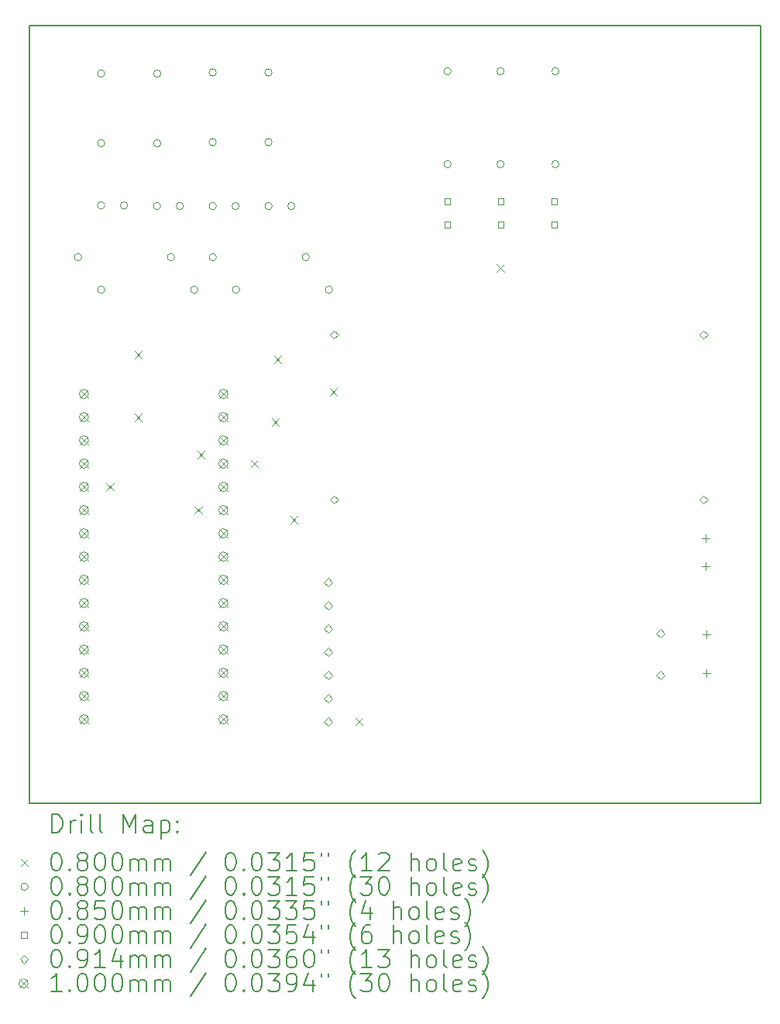
<source format=gbr>
%TF.GenerationSoftware,KiCad,Pcbnew,8.0.4*%
%TF.CreationDate,2024-08-21T00:27:21-03:00*%
%TF.ProjectId,EcoMaua_Pilot_Screen,45636f4d-6175-4615-9f50-696c6f745f53,rev?*%
%TF.SameCoordinates,Original*%
%TF.FileFunction,Drillmap*%
%TF.FilePolarity,Positive*%
%FSLAX45Y45*%
G04 Gerber Fmt 4.5, Leading zero omitted, Abs format (unit mm)*
G04 Created by KiCad (PCBNEW 8.0.4) date 2024-08-21 00:27:21*
%MOMM*%
%LPD*%
G01*
G04 APERTURE LIST*
%ADD10C,0.200000*%
%ADD11C,0.100000*%
G04 APERTURE END LIST*
D10*
X14300000Y-2700000D02*
X22300000Y-2700000D01*
X22300000Y-11200000D01*
X14300000Y-11200000D01*
X14300000Y-2700000D01*
D11*
X15145000Y-7702800D02*
X15225000Y-7782800D01*
X15225000Y-7702800D02*
X15145000Y-7782800D01*
X15454000Y-6259200D02*
X15534000Y-6339200D01*
X15534000Y-6259200D02*
X15454000Y-6339200D01*
X15454000Y-6945000D02*
X15534000Y-7025000D01*
X15534000Y-6945000D02*
X15454000Y-7025000D01*
X16110200Y-7956800D02*
X16190200Y-8036800D01*
X16190200Y-7956800D02*
X16110200Y-8036800D01*
X16139800Y-7351400D02*
X16219800Y-7431400D01*
X16219800Y-7351400D02*
X16139800Y-7431400D01*
X16724000Y-7448800D02*
X16804000Y-7528800D01*
X16804000Y-7448800D02*
X16724000Y-7528800D01*
X16952600Y-6995800D02*
X17032600Y-7075800D01*
X17032600Y-6995800D02*
X16952600Y-7075800D01*
X16978000Y-6310000D02*
X17058000Y-6390000D01*
X17058000Y-6310000D02*
X16978000Y-6390000D01*
X17155800Y-8062600D02*
X17235800Y-8142600D01*
X17235800Y-8062600D02*
X17155800Y-8142600D01*
X17587600Y-6665600D02*
X17667600Y-6745600D01*
X17667600Y-6665600D02*
X17587600Y-6745600D01*
X17867000Y-10268000D02*
X17947000Y-10348000D01*
X17947000Y-10268000D02*
X17867000Y-10348000D01*
X19410000Y-5310000D02*
X19490000Y-5390000D01*
X19490000Y-5310000D02*
X19410000Y-5390000D01*
X14873600Y-5232400D02*
G75*
G02*
X14793600Y-5232400I-40000J0D01*
G01*
X14793600Y-5232400D02*
G75*
G02*
X14873600Y-5232400I40000J0D01*
G01*
X15127600Y-3225000D02*
G75*
G02*
X15047600Y-3225000I-40000J0D01*
G01*
X15047600Y-3225000D02*
G75*
G02*
X15127600Y-3225000I40000J0D01*
G01*
X15127600Y-3987000D02*
G75*
G02*
X15047600Y-3987000I-40000J0D01*
G01*
X15047600Y-3987000D02*
G75*
G02*
X15127600Y-3987000I40000J0D01*
G01*
X15127600Y-4667111D02*
G75*
G02*
X15047600Y-4667111I-40000J0D01*
G01*
X15047600Y-4667111D02*
G75*
G02*
X15127600Y-4667111I40000J0D01*
G01*
X15127600Y-5588000D02*
G75*
G02*
X15047600Y-5588000I-40000J0D01*
G01*
X15047600Y-5588000D02*
G75*
G02*
X15127600Y-5588000I40000J0D01*
G01*
X15377600Y-4667111D02*
G75*
G02*
X15297600Y-4667111I-40000J0D01*
G01*
X15297600Y-4667111D02*
G75*
G02*
X15377600Y-4667111I40000J0D01*
G01*
X15737200Y-4673600D02*
G75*
G02*
X15657200Y-4673600I-40000J0D01*
G01*
X15657200Y-4673600D02*
G75*
G02*
X15737200Y-4673600I40000J0D01*
G01*
X15740000Y-3225000D02*
G75*
G02*
X15660000Y-3225000I-40000J0D01*
G01*
X15660000Y-3225000D02*
G75*
G02*
X15740000Y-3225000I40000J0D01*
G01*
X15740000Y-3987000D02*
G75*
G02*
X15660000Y-3987000I-40000J0D01*
G01*
X15660000Y-3987000D02*
G75*
G02*
X15740000Y-3987000I40000J0D01*
G01*
X15889600Y-5232400D02*
G75*
G02*
X15809600Y-5232400I-40000J0D01*
G01*
X15809600Y-5232400D02*
G75*
G02*
X15889600Y-5232400I40000J0D01*
G01*
X15987200Y-4673600D02*
G75*
G02*
X15907200Y-4673600I-40000J0D01*
G01*
X15907200Y-4673600D02*
G75*
G02*
X15987200Y-4673600I40000J0D01*
G01*
X16143600Y-5588000D02*
G75*
G02*
X16063600Y-5588000I-40000J0D01*
G01*
X16063600Y-5588000D02*
G75*
G02*
X16143600Y-5588000I40000J0D01*
G01*
X16346800Y-3212700D02*
G75*
G02*
X16266800Y-3212700I-40000J0D01*
G01*
X16266800Y-3212700D02*
G75*
G02*
X16346800Y-3212700I40000J0D01*
G01*
X16346800Y-3974700D02*
G75*
G02*
X16266800Y-3974700I-40000J0D01*
G01*
X16266800Y-3974700D02*
G75*
G02*
X16346800Y-3974700I40000J0D01*
G01*
X16346800Y-4673600D02*
G75*
G02*
X16266800Y-4673600I-40000J0D01*
G01*
X16266800Y-4673600D02*
G75*
G02*
X16346800Y-4673600I40000J0D01*
G01*
X16346800Y-5232400D02*
G75*
G02*
X16266800Y-5232400I-40000J0D01*
G01*
X16266800Y-5232400D02*
G75*
G02*
X16346800Y-5232400I40000J0D01*
G01*
X16596800Y-4673600D02*
G75*
G02*
X16516800Y-4673600I-40000J0D01*
G01*
X16516800Y-4673600D02*
G75*
G02*
X16596800Y-4673600I40000J0D01*
G01*
X16600800Y-5588000D02*
G75*
G02*
X16520800Y-5588000I-40000J0D01*
G01*
X16520800Y-5588000D02*
G75*
G02*
X16600800Y-5588000I40000J0D01*
G01*
X16956400Y-3212700D02*
G75*
G02*
X16876400Y-3212700I-40000J0D01*
G01*
X16876400Y-3212700D02*
G75*
G02*
X16956400Y-3212700I40000J0D01*
G01*
X16956400Y-3974700D02*
G75*
G02*
X16876400Y-3974700I-40000J0D01*
G01*
X16876400Y-3974700D02*
G75*
G02*
X16956400Y-3974700I40000J0D01*
G01*
X16956400Y-4673600D02*
G75*
G02*
X16876400Y-4673600I-40000J0D01*
G01*
X16876400Y-4673600D02*
G75*
G02*
X16956400Y-4673600I40000J0D01*
G01*
X17206400Y-4673600D02*
G75*
G02*
X17126400Y-4673600I-40000J0D01*
G01*
X17126400Y-4673600D02*
G75*
G02*
X17206400Y-4673600I40000J0D01*
G01*
X17362800Y-5232400D02*
G75*
G02*
X17282800Y-5232400I-40000J0D01*
G01*
X17282800Y-5232400D02*
G75*
G02*
X17362800Y-5232400I40000J0D01*
G01*
X17616800Y-5588000D02*
G75*
G02*
X17536800Y-5588000I-40000J0D01*
G01*
X17536800Y-5588000D02*
G75*
G02*
X17616800Y-5588000I40000J0D01*
G01*
X18912200Y-3200400D02*
G75*
G02*
X18832200Y-3200400I-40000J0D01*
G01*
X18832200Y-3200400D02*
G75*
G02*
X18912200Y-3200400I40000J0D01*
G01*
X18912200Y-4216400D02*
G75*
G02*
X18832200Y-4216400I-40000J0D01*
G01*
X18832200Y-4216400D02*
G75*
G02*
X18912200Y-4216400I40000J0D01*
G01*
X19493500Y-3200400D02*
G75*
G02*
X19413500Y-3200400I-40000J0D01*
G01*
X19413500Y-3200400D02*
G75*
G02*
X19493500Y-3200400I40000J0D01*
G01*
X19493500Y-4216400D02*
G75*
G02*
X19413500Y-4216400I-40000J0D01*
G01*
X19413500Y-4216400D02*
G75*
G02*
X19493500Y-4216400I40000J0D01*
G01*
X20093500Y-3200400D02*
G75*
G02*
X20013500Y-3200400I-40000J0D01*
G01*
X20013500Y-3200400D02*
G75*
G02*
X20093500Y-3200400I40000J0D01*
G01*
X20093500Y-4216400D02*
G75*
G02*
X20013500Y-4216400I-40000J0D01*
G01*
X20013500Y-4216400D02*
G75*
G02*
X20093500Y-4216400I40000J0D01*
G01*
X21691600Y-8263300D02*
X21691600Y-8348300D01*
X21649100Y-8305800D02*
X21734100Y-8305800D01*
X21691600Y-8568100D02*
X21691600Y-8653100D01*
X21649100Y-8610600D02*
X21734100Y-8610600D01*
X21700000Y-9316500D02*
X21700000Y-9401500D01*
X21657500Y-9359000D02*
X21742500Y-9359000D01*
X21700000Y-9736500D02*
X21700000Y-9821500D01*
X21657500Y-9779000D02*
X21742500Y-9779000D01*
X18904020Y-4655120D02*
X18904020Y-4591480D01*
X18840380Y-4591480D01*
X18840380Y-4655120D01*
X18904020Y-4655120D01*
X18904020Y-4909120D02*
X18904020Y-4845480D01*
X18840380Y-4845480D01*
X18840380Y-4909120D01*
X18904020Y-4909120D01*
X19488220Y-4655120D02*
X19488220Y-4591480D01*
X19424580Y-4591480D01*
X19424580Y-4655120D01*
X19488220Y-4655120D01*
X19488220Y-4909120D02*
X19488220Y-4845480D01*
X19424580Y-4845480D01*
X19424580Y-4909120D01*
X19488220Y-4909120D01*
X20072420Y-4655120D02*
X20072420Y-4591480D01*
X20008780Y-4591480D01*
X20008780Y-4655120D01*
X20072420Y-4655120D01*
X20072420Y-4909120D02*
X20072420Y-4845480D01*
X20008780Y-4845480D01*
X20008780Y-4909120D01*
X20072420Y-4909120D01*
X17567800Y-8829720D02*
X17613520Y-8784000D01*
X17567800Y-8738280D01*
X17522080Y-8784000D01*
X17567800Y-8829720D01*
X17567800Y-9083720D02*
X17613520Y-9038000D01*
X17567800Y-8992280D01*
X17522080Y-9038000D01*
X17567800Y-9083720D01*
X17567800Y-9337720D02*
X17613520Y-9292000D01*
X17567800Y-9246280D01*
X17522080Y-9292000D01*
X17567800Y-9337720D01*
X17567800Y-9591720D02*
X17613520Y-9546000D01*
X17567800Y-9500280D01*
X17522080Y-9546000D01*
X17567800Y-9591720D01*
X17567800Y-9845720D02*
X17613520Y-9800000D01*
X17567800Y-9754280D01*
X17522080Y-9800000D01*
X17567800Y-9845720D01*
X17567800Y-10099720D02*
X17613520Y-10054000D01*
X17567800Y-10008280D01*
X17522080Y-10054000D01*
X17567800Y-10099720D01*
X17567800Y-10353720D02*
X17613520Y-10308000D01*
X17567800Y-10262280D01*
X17522080Y-10308000D01*
X17567800Y-10353720D01*
X17632400Y-6124720D02*
X17678120Y-6079000D01*
X17632400Y-6033280D01*
X17586680Y-6079000D01*
X17632400Y-6124720D01*
X17632400Y-7928120D02*
X17678120Y-7882400D01*
X17632400Y-7836680D01*
X17586680Y-7882400D01*
X17632400Y-7928120D01*
X21200000Y-9388520D02*
X21245720Y-9342800D01*
X21200000Y-9297080D01*
X21154280Y-9342800D01*
X21200000Y-9388520D01*
X21200000Y-9845720D02*
X21245720Y-9800000D01*
X21200000Y-9754280D01*
X21154280Y-9800000D01*
X21200000Y-9845720D01*
X21671000Y-6124720D02*
X21716720Y-6079000D01*
X21671000Y-6033280D01*
X21625280Y-6079000D01*
X21671000Y-6124720D01*
X21671000Y-7928120D02*
X21716720Y-7882400D01*
X21671000Y-7836680D01*
X21625280Y-7882400D01*
X21671000Y-7928120D01*
X14850000Y-6676800D02*
X14950000Y-6776800D01*
X14950000Y-6676800D02*
X14850000Y-6776800D01*
X14950000Y-6726800D02*
G75*
G02*
X14850000Y-6726800I-50000J0D01*
G01*
X14850000Y-6726800D02*
G75*
G02*
X14950000Y-6726800I50000J0D01*
G01*
X14850000Y-6930800D02*
X14950000Y-7030800D01*
X14950000Y-6930800D02*
X14850000Y-7030800D01*
X14950000Y-6980800D02*
G75*
G02*
X14850000Y-6980800I-50000J0D01*
G01*
X14850000Y-6980800D02*
G75*
G02*
X14950000Y-6980800I50000J0D01*
G01*
X14850000Y-7184800D02*
X14950000Y-7284800D01*
X14950000Y-7184800D02*
X14850000Y-7284800D01*
X14950000Y-7234800D02*
G75*
G02*
X14850000Y-7234800I-50000J0D01*
G01*
X14850000Y-7234800D02*
G75*
G02*
X14950000Y-7234800I50000J0D01*
G01*
X14850000Y-7438800D02*
X14950000Y-7538800D01*
X14950000Y-7438800D02*
X14850000Y-7538800D01*
X14950000Y-7488800D02*
G75*
G02*
X14850000Y-7488800I-50000J0D01*
G01*
X14850000Y-7488800D02*
G75*
G02*
X14950000Y-7488800I50000J0D01*
G01*
X14850000Y-7692800D02*
X14950000Y-7792800D01*
X14950000Y-7692800D02*
X14850000Y-7792800D01*
X14950000Y-7742800D02*
G75*
G02*
X14850000Y-7742800I-50000J0D01*
G01*
X14850000Y-7742800D02*
G75*
G02*
X14950000Y-7742800I50000J0D01*
G01*
X14850000Y-7946800D02*
X14950000Y-8046800D01*
X14950000Y-7946800D02*
X14850000Y-8046800D01*
X14950000Y-7996800D02*
G75*
G02*
X14850000Y-7996800I-50000J0D01*
G01*
X14850000Y-7996800D02*
G75*
G02*
X14950000Y-7996800I50000J0D01*
G01*
X14850000Y-8200800D02*
X14950000Y-8300800D01*
X14950000Y-8200800D02*
X14850000Y-8300800D01*
X14950000Y-8250800D02*
G75*
G02*
X14850000Y-8250800I-50000J0D01*
G01*
X14850000Y-8250800D02*
G75*
G02*
X14950000Y-8250800I50000J0D01*
G01*
X14850000Y-8454800D02*
X14950000Y-8554800D01*
X14950000Y-8454800D02*
X14850000Y-8554800D01*
X14950000Y-8504800D02*
G75*
G02*
X14850000Y-8504800I-50000J0D01*
G01*
X14850000Y-8504800D02*
G75*
G02*
X14950000Y-8504800I50000J0D01*
G01*
X14850000Y-8708800D02*
X14950000Y-8808800D01*
X14950000Y-8708800D02*
X14850000Y-8808800D01*
X14950000Y-8758800D02*
G75*
G02*
X14850000Y-8758800I-50000J0D01*
G01*
X14850000Y-8758800D02*
G75*
G02*
X14950000Y-8758800I50000J0D01*
G01*
X14850000Y-8962800D02*
X14950000Y-9062800D01*
X14950000Y-8962800D02*
X14850000Y-9062800D01*
X14950000Y-9012800D02*
G75*
G02*
X14850000Y-9012800I-50000J0D01*
G01*
X14850000Y-9012800D02*
G75*
G02*
X14950000Y-9012800I50000J0D01*
G01*
X14850000Y-9216800D02*
X14950000Y-9316800D01*
X14950000Y-9216800D02*
X14850000Y-9316800D01*
X14950000Y-9266800D02*
G75*
G02*
X14850000Y-9266800I-50000J0D01*
G01*
X14850000Y-9266800D02*
G75*
G02*
X14950000Y-9266800I50000J0D01*
G01*
X14850000Y-9470800D02*
X14950000Y-9570800D01*
X14950000Y-9470800D02*
X14850000Y-9570800D01*
X14950000Y-9520800D02*
G75*
G02*
X14850000Y-9520800I-50000J0D01*
G01*
X14850000Y-9520800D02*
G75*
G02*
X14950000Y-9520800I50000J0D01*
G01*
X14850000Y-9724800D02*
X14950000Y-9824800D01*
X14950000Y-9724800D02*
X14850000Y-9824800D01*
X14950000Y-9774800D02*
G75*
G02*
X14850000Y-9774800I-50000J0D01*
G01*
X14850000Y-9774800D02*
G75*
G02*
X14950000Y-9774800I50000J0D01*
G01*
X14850000Y-9978800D02*
X14950000Y-10078800D01*
X14950000Y-9978800D02*
X14850000Y-10078800D01*
X14950000Y-10028800D02*
G75*
G02*
X14850000Y-10028800I-50000J0D01*
G01*
X14850000Y-10028800D02*
G75*
G02*
X14950000Y-10028800I50000J0D01*
G01*
X14850000Y-10232800D02*
X14950000Y-10332800D01*
X14950000Y-10232800D02*
X14850000Y-10332800D01*
X14950000Y-10282800D02*
G75*
G02*
X14850000Y-10282800I-50000J0D01*
G01*
X14850000Y-10282800D02*
G75*
G02*
X14950000Y-10282800I50000J0D01*
G01*
X16374000Y-6676800D02*
X16474000Y-6776800D01*
X16474000Y-6676800D02*
X16374000Y-6776800D01*
X16474000Y-6726800D02*
G75*
G02*
X16374000Y-6726800I-50000J0D01*
G01*
X16374000Y-6726800D02*
G75*
G02*
X16474000Y-6726800I50000J0D01*
G01*
X16374000Y-6930800D02*
X16474000Y-7030800D01*
X16474000Y-6930800D02*
X16374000Y-7030800D01*
X16474000Y-6980800D02*
G75*
G02*
X16374000Y-6980800I-50000J0D01*
G01*
X16374000Y-6980800D02*
G75*
G02*
X16474000Y-6980800I50000J0D01*
G01*
X16374000Y-7184800D02*
X16474000Y-7284800D01*
X16474000Y-7184800D02*
X16374000Y-7284800D01*
X16474000Y-7234800D02*
G75*
G02*
X16374000Y-7234800I-50000J0D01*
G01*
X16374000Y-7234800D02*
G75*
G02*
X16474000Y-7234800I50000J0D01*
G01*
X16374000Y-7438800D02*
X16474000Y-7538800D01*
X16474000Y-7438800D02*
X16374000Y-7538800D01*
X16474000Y-7488800D02*
G75*
G02*
X16374000Y-7488800I-50000J0D01*
G01*
X16374000Y-7488800D02*
G75*
G02*
X16474000Y-7488800I50000J0D01*
G01*
X16374000Y-7692800D02*
X16474000Y-7792800D01*
X16474000Y-7692800D02*
X16374000Y-7792800D01*
X16474000Y-7742800D02*
G75*
G02*
X16374000Y-7742800I-50000J0D01*
G01*
X16374000Y-7742800D02*
G75*
G02*
X16474000Y-7742800I50000J0D01*
G01*
X16374000Y-7946800D02*
X16474000Y-8046800D01*
X16474000Y-7946800D02*
X16374000Y-8046800D01*
X16474000Y-7996800D02*
G75*
G02*
X16374000Y-7996800I-50000J0D01*
G01*
X16374000Y-7996800D02*
G75*
G02*
X16474000Y-7996800I50000J0D01*
G01*
X16374000Y-8200800D02*
X16474000Y-8300800D01*
X16474000Y-8200800D02*
X16374000Y-8300800D01*
X16474000Y-8250800D02*
G75*
G02*
X16374000Y-8250800I-50000J0D01*
G01*
X16374000Y-8250800D02*
G75*
G02*
X16474000Y-8250800I50000J0D01*
G01*
X16374000Y-8454800D02*
X16474000Y-8554800D01*
X16474000Y-8454800D02*
X16374000Y-8554800D01*
X16474000Y-8504800D02*
G75*
G02*
X16374000Y-8504800I-50000J0D01*
G01*
X16374000Y-8504800D02*
G75*
G02*
X16474000Y-8504800I50000J0D01*
G01*
X16374000Y-8708800D02*
X16474000Y-8808800D01*
X16474000Y-8708800D02*
X16374000Y-8808800D01*
X16474000Y-8758800D02*
G75*
G02*
X16374000Y-8758800I-50000J0D01*
G01*
X16374000Y-8758800D02*
G75*
G02*
X16474000Y-8758800I50000J0D01*
G01*
X16374000Y-8962800D02*
X16474000Y-9062800D01*
X16474000Y-8962800D02*
X16374000Y-9062800D01*
X16474000Y-9012800D02*
G75*
G02*
X16374000Y-9012800I-50000J0D01*
G01*
X16374000Y-9012800D02*
G75*
G02*
X16474000Y-9012800I50000J0D01*
G01*
X16374000Y-9216800D02*
X16474000Y-9316800D01*
X16474000Y-9216800D02*
X16374000Y-9316800D01*
X16474000Y-9266800D02*
G75*
G02*
X16374000Y-9266800I-50000J0D01*
G01*
X16374000Y-9266800D02*
G75*
G02*
X16474000Y-9266800I50000J0D01*
G01*
X16374000Y-9470800D02*
X16474000Y-9570800D01*
X16474000Y-9470800D02*
X16374000Y-9570800D01*
X16474000Y-9520800D02*
G75*
G02*
X16374000Y-9520800I-50000J0D01*
G01*
X16374000Y-9520800D02*
G75*
G02*
X16474000Y-9520800I50000J0D01*
G01*
X16374000Y-9724800D02*
X16474000Y-9824800D01*
X16474000Y-9724800D02*
X16374000Y-9824800D01*
X16474000Y-9774800D02*
G75*
G02*
X16374000Y-9774800I-50000J0D01*
G01*
X16374000Y-9774800D02*
G75*
G02*
X16474000Y-9774800I50000J0D01*
G01*
X16374000Y-9978800D02*
X16474000Y-10078800D01*
X16474000Y-9978800D02*
X16374000Y-10078800D01*
X16474000Y-10028800D02*
G75*
G02*
X16374000Y-10028800I-50000J0D01*
G01*
X16374000Y-10028800D02*
G75*
G02*
X16474000Y-10028800I50000J0D01*
G01*
X16374000Y-10232800D02*
X16474000Y-10332800D01*
X16474000Y-10232800D02*
X16374000Y-10332800D01*
X16474000Y-10282800D02*
G75*
G02*
X16374000Y-10282800I-50000J0D01*
G01*
X16374000Y-10282800D02*
G75*
G02*
X16474000Y-10282800I50000J0D01*
G01*
D10*
X14550777Y-11521484D02*
X14550777Y-11321484D01*
X14550777Y-11321484D02*
X14598396Y-11321484D01*
X14598396Y-11321484D02*
X14626967Y-11331008D01*
X14626967Y-11331008D02*
X14646015Y-11350055D01*
X14646015Y-11350055D02*
X14655539Y-11369103D01*
X14655539Y-11369103D02*
X14665062Y-11407198D01*
X14665062Y-11407198D02*
X14665062Y-11435769D01*
X14665062Y-11435769D02*
X14655539Y-11473865D01*
X14655539Y-11473865D02*
X14646015Y-11492912D01*
X14646015Y-11492912D02*
X14626967Y-11511960D01*
X14626967Y-11511960D02*
X14598396Y-11521484D01*
X14598396Y-11521484D02*
X14550777Y-11521484D01*
X14750777Y-11521484D02*
X14750777Y-11388150D01*
X14750777Y-11426246D02*
X14760301Y-11407198D01*
X14760301Y-11407198D02*
X14769824Y-11397674D01*
X14769824Y-11397674D02*
X14788872Y-11388150D01*
X14788872Y-11388150D02*
X14807920Y-11388150D01*
X14874586Y-11521484D02*
X14874586Y-11388150D01*
X14874586Y-11321484D02*
X14865062Y-11331008D01*
X14865062Y-11331008D02*
X14874586Y-11340531D01*
X14874586Y-11340531D02*
X14884110Y-11331008D01*
X14884110Y-11331008D02*
X14874586Y-11321484D01*
X14874586Y-11321484D02*
X14874586Y-11340531D01*
X14998396Y-11521484D02*
X14979348Y-11511960D01*
X14979348Y-11511960D02*
X14969824Y-11492912D01*
X14969824Y-11492912D02*
X14969824Y-11321484D01*
X15103158Y-11521484D02*
X15084110Y-11511960D01*
X15084110Y-11511960D02*
X15074586Y-11492912D01*
X15074586Y-11492912D02*
X15074586Y-11321484D01*
X15331729Y-11521484D02*
X15331729Y-11321484D01*
X15331729Y-11321484D02*
X15398396Y-11464341D01*
X15398396Y-11464341D02*
X15465062Y-11321484D01*
X15465062Y-11321484D02*
X15465062Y-11521484D01*
X15646015Y-11521484D02*
X15646015Y-11416722D01*
X15646015Y-11416722D02*
X15636491Y-11397674D01*
X15636491Y-11397674D02*
X15617443Y-11388150D01*
X15617443Y-11388150D02*
X15579348Y-11388150D01*
X15579348Y-11388150D02*
X15560301Y-11397674D01*
X15646015Y-11511960D02*
X15626967Y-11521484D01*
X15626967Y-11521484D02*
X15579348Y-11521484D01*
X15579348Y-11521484D02*
X15560301Y-11511960D01*
X15560301Y-11511960D02*
X15550777Y-11492912D01*
X15550777Y-11492912D02*
X15550777Y-11473865D01*
X15550777Y-11473865D02*
X15560301Y-11454817D01*
X15560301Y-11454817D02*
X15579348Y-11445293D01*
X15579348Y-11445293D02*
X15626967Y-11445293D01*
X15626967Y-11445293D02*
X15646015Y-11435769D01*
X15741253Y-11388150D02*
X15741253Y-11588150D01*
X15741253Y-11397674D02*
X15760301Y-11388150D01*
X15760301Y-11388150D02*
X15798396Y-11388150D01*
X15798396Y-11388150D02*
X15817443Y-11397674D01*
X15817443Y-11397674D02*
X15826967Y-11407198D01*
X15826967Y-11407198D02*
X15836491Y-11426246D01*
X15836491Y-11426246D02*
X15836491Y-11483388D01*
X15836491Y-11483388D02*
X15826967Y-11502436D01*
X15826967Y-11502436D02*
X15817443Y-11511960D01*
X15817443Y-11511960D02*
X15798396Y-11521484D01*
X15798396Y-11521484D02*
X15760301Y-11521484D01*
X15760301Y-11521484D02*
X15741253Y-11511960D01*
X15922205Y-11502436D02*
X15931729Y-11511960D01*
X15931729Y-11511960D02*
X15922205Y-11521484D01*
X15922205Y-11521484D02*
X15912682Y-11511960D01*
X15912682Y-11511960D02*
X15922205Y-11502436D01*
X15922205Y-11502436D02*
X15922205Y-11521484D01*
X15922205Y-11397674D02*
X15931729Y-11407198D01*
X15931729Y-11407198D02*
X15922205Y-11416722D01*
X15922205Y-11416722D02*
X15912682Y-11407198D01*
X15912682Y-11407198D02*
X15922205Y-11397674D01*
X15922205Y-11397674D02*
X15922205Y-11416722D01*
D11*
X14210000Y-11810000D02*
X14290000Y-11890000D01*
X14290000Y-11810000D02*
X14210000Y-11890000D01*
D10*
X14588872Y-11741484D02*
X14607920Y-11741484D01*
X14607920Y-11741484D02*
X14626967Y-11751008D01*
X14626967Y-11751008D02*
X14636491Y-11760531D01*
X14636491Y-11760531D02*
X14646015Y-11779579D01*
X14646015Y-11779579D02*
X14655539Y-11817674D01*
X14655539Y-11817674D02*
X14655539Y-11865293D01*
X14655539Y-11865293D02*
X14646015Y-11903388D01*
X14646015Y-11903388D02*
X14636491Y-11922436D01*
X14636491Y-11922436D02*
X14626967Y-11931960D01*
X14626967Y-11931960D02*
X14607920Y-11941484D01*
X14607920Y-11941484D02*
X14588872Y-11941484D01*
X14588872Y-11941484D02*
X14569824Y-11931960D01*
X14569824Y-11931960D02*
X14560301Y-11922436D01*
X14560301Y-11922436D02*
X14550777Y-11903388D01*
X14550777Y-11903388D02*
X14541253Y-11865293D01*
X14541253Y-11865293D02*
X14541253Y-11817674D01*
X14541253Y-11817674D02*
X14550777Y-11779579D01*
X14550777Y-11779579D02*
X14560301Y-11760531D01*
X14560301Y-11760531D02*
X14569824Y-11751008D01*
X14569824Y-11751008D02*
X14588872Y-11741484D01*
X14741253Y-11922436D02*
X14750777Y-11931960D01*
X14750777Y-11931960D02*
X14741253Y-11941484D01*
X14741253Y-11941484D02*
X14731729Y-11931960D01*
X14731729Y-11931960D02*
X14741253Y-11922436D01*
X14741253Y-11922436D02*
X14741253Y-11941484D01*
X14865062Y-11827198D02*
X14846015Y-11817674D01*
X14846015Y-11817674D02*
X14836491Y-11808150D01*
X14836491Y-11808150D02*
X14826967Y-11789103D01*
X14826967Y-11789103D02*
X14826967Y-11779579D01*
X14826967Y-11779579D02*
X14836491Y-11760531D01*
X14836491Y-11760531D02*
X14846015Y-11751008D01*
X14846015Y-11751008D02*
X14865062Y-11741484D01*
X14865062Y-11741484D02*
X14903158Y-11741484D01*
X14903158Y-11741484D02*
X14922205Y-11751008D01*
X14922205Y-11751008D02*
X14931729Y-11760531D01*
X14931729Y-11760531D02*
X14941253Y-11779579D01*
X14941253Y-11779579D02*
X14941253Y-11789103D01*
X14941253Y-11789103D02*
X14931729Y-11808150D01*
X14931729Y-11808150D02*
X14922205Y-11817674D01*
X14922205Y-11817674D02*
X14903158Y-11827198D01*
X14903158Y-11827198D02*
X14865062Y-11827198D01*
X14865062Y-11827198D02*
X14846015Y-11836722D01*
X14846015Y-11836722D02*
X14836491Y-11846246D01*
X14836491Y-11846246D02*
X14826967Y-11865293D01*
X14826967Y-11865293D02*
X14826967Y-11903388D01*
X14826967Y-11903388D02*
X14836491Y-11922436D01*
X14836491Y-11922436D02*
X14846015Y-11931960D01*
X14846015Y-11931960D02*
X14865062Y-11941484D01*
X14865062Y-11941484D02*
X14903158Y-11941484D01*
X14903158Y-11941484D02*
X14922205Y-11931960D01*
X14922205Y-11931960D02*
X14931729Y-11922436D01*
X14931729Y-11922436D02*
X14941253Y-11903388D01*
X14941253Y-11903388D02*
X14941253Y-11865293D01*
X14941253Y-11865293D02*
X14931729Y-11846246D01*
X14931729Y-11846246D02*
X14922205Y-11836722D01*
X14922205Y-11836722D02*
X14903158Y-11827198D01*
X15065062Y-11741484D02*
X15084110Y-11741484D01*
X15084110Y-11741484D02*
X15103158Y-11751008D01*
X15103158Y-11751008D02*
X15112682Y-11760531D01*
X15112682Y-11760531D02*
X15122205Y-11779579D01*
X15122205Y-11779579D02*
X15131729Y-11817674D01*
X15131729Y-11817674D02*
X15131729Y-11865293D01*
X15131729Y-11865293D02*
X15122205Y-11903388D01*
X15122205Y-11903388D02*
X15112682Y-11922436D01*
X15112682Y-11922436D02*
X15103158Y-11931960D01*
X15103158Y-11931960D02*
X15084110Y-11941484D01*
X15084110Y-11941484D02*
X15065062Y-11941484D01*
X15065062Y-11941484D02*
X15046015Y-11931960D01*
X15046015Y-11931960D02*
X15036491Y-11922436D01*
X15036491Y-11922436D02*
X15026967Y-11903388D01*
X15026967Y-11903388D02*
X15017443Y-11865293D01*
X15017443Y-11865293D02*
X15017443Y-11817674D01*
X15017443Y-11817674D02*
X15026967Y-11779579D01*
X15026967Y-11779579D02*
X15036491Y-11760531D01*
X15036491Y-11760531D02*
X15046015Y-11751008D01*
X15046015Y-11751008D02*
X15065062Y-11741484D01*
X15255539Y-11741484D02*
X15274586Y-11741484D01*
X15274586Y-11741484D02*
X15293634Y-11751008D01*
X15293634Y-11751008D02*
X15303158Y-11760531D01*
X15303158Y-11760531D02*
X15312682Y-11779579D01*
X15312682Y-11779579D02*
X15322205Y-11817674D01*
X15322205Y-11817674D02*
X15322205Y-11865293D01*
X15322205Y-11865293D02*
X15312682Y-11903388D01*
X15312682Y-11903388D02*
X15303158Y-11922436D01*
X15303158Y-11922436D02*
X15293634Y-11931960D01*
X15293634Y-11931960D02*
X15274586Y-11941484D01*
X15274586Y-11941484D02*
X15255539Y-11941484D01*
X15255539Y-11941484D02*
X15236491Y-11931960D01*
X15236491Y-11931960D02*
X15226967Y-11922436D01*
X15226967Y-11922436D02*
X15217443Y-11903388D01*
X15217443Y-11903388D02*
X15207920Y-11865293D01*
X15207920Y-11865293D02*
X15207920Y-11817674D01*
X15207920Y-11817674D02*
X15217443Y-11779579D01*
X15217443Y-11779579D02*
X15226967Y-11760531D01*
X15226967Y-11760531D02*
X15236491Y-11751008D01*
X15236491Y-11751008D02*
X15255539Y-11741484D01*
X15407920Y-11941484D02*
X15407920Y-11808150D01*
X15407920Y-11827198D02*
X15417443Y-11817674D01*
X15417443Y-11817674D02*
X15436491Y-11808150D01*
X15436491Y-11808150D02*
X15465063Y-11808150D01*
X15465063Y-11808150D02*
X15484110Y-11817674D01*
X15484110Y-11817674D02*
X15493634Y-11836722D01*
X15493634Y-11836722D02*
X15493634Y-11941484D01*
X15493634Y-11836722D02*
X15503158Y-11817674D01*
X15503158Y-11817674D02*
X15522205Y-11808150D01*
X15522205Y-11808150D02*
X15550777Y-11808150D01*
X15550777Y-11808150D02*
X15569824Y-11817674D01*
X15569824Y-11817674D02*
X15579348Y-11836722D01*
X15579348Y-11836722D02*
X15579348Y-11941484D01*
X15674586Y-11941484D02*
X15674586Y-11808150D01*
X15674586Y-11827198D02*
X15684110Y-11817674D01*
X15684110Y-11817674D02*
X15703158Y-11808150D01*
X15703158Y-11808150D02*
X15731729Y-11808150D01*
X15731729Y-11808150D02*
X15750777Y-11817674D01*
X15750777Y-11817674D02*
X15760301Y-11836722D01*
X15760301Y-11836722D02*
X15760301Y-11941484D01*
X15760301Y-11836722D02*
X15769824Y-11817674D01*
X15769824Y-11817674D02*
X15788872Y-11808150D01*
X15788872Y-11808150D02*
X15817443Y-11808150D01*
X15817443Y-11808150D02*
X15836491Y-11817674D01*
X15836491Y-11817674D02*
X15846015Y-11836722D01*
X15846015Y-11836722D02*
X15846015Y-11941484D01*
X16236491Y-11731960D02*
X16065063Y-11989103D01*
X16493634Y-11741484D02*
X16512682Y-11741484D01*
X16512682Y-11741484D02*
X16531729Y-11751008D01*
X16531729Y-11751008D02*
X16541253Y-11760531D01*
X16541253Y-11760531D02*
X16550777Y-11779579D01*
X16550777Y-11779579D02*
X16560301Y-11817674D01*
X16560301Y-11817674D02*
X16560301Y-11865293D01*
X16560301Y-11865293D02*
X16550777Y-11903388D01*
X16550777Y-11903388D02*
X16541253Y-11922436D01*
X16541253Y-11922436D02*
X16531729Y-11931960D01*
X16531729Y-11931960D02*
X16512682Y-11941484D01*
X16512682Y-11941484D02*
X16493634Y-11941484D01*
X16493634Y-11941484D02*
X16474586Y-11931960D01*
X16474586Y-11931960D02*
X16465063Y-11922436D01*
X16465063Y-11922436D02*
X16455539Y-11903388D01*
X16455539Y-11903388D02*
X16446015Y-11865293D01*
X16446015Y-11865293D02*
X16446015Y-11817674D01*
X16446015Y-11817674D02*
X16455539Y-11779579D01*
X16455539Y-11779579D02*
X16465063Y-11760531D01*
X16465063Y-11760531D02*
X16474586Y-11751008D01*
X16474586Y-11751008D02*
X16493634Y-11741484D01*
X16646015Y-11922436D02*
X16655539Y-11931960D01*
X16655539Y-11931960D02*
X16646015Y-11941484D01*
X16646015Y-11941484D02*
X16636491Y-11931960D01*
X16636491Y-11931960D02*
X16646015Y-11922436D01*
X16646015Y-11922436D02*
X16646015Y-11941484D01*
X16779348Y-11741484D02*
X16798396Y-11741484D01*
X16798396Y-11741484D02*
X16817444Y-11751008D01*
X16817444Y-11751008D02*
X16826968Y-11760531D01*
X16826968Y-11760531D02*
X16836491Y-11779579D01*
X16836491Y-11779579D02*
X16846015Y-11817674D01*
X16846015Y-11817674D02*
X16846015Y-11865293D01*
X16846015Y-11865293D02*
X16836491Y-11903388D01*
X16836491Y-11903388D02*
X16826968Y-11922436D01*
X16826968Y-11922436D02*
X16817444Y-11931960D01*
X16817444Y-11931960D02*
X16798396Y-11941484D01*
X16798396Y-11941484D02*
X16779348Y-11941484D01*
X16779348Y-11941484D02*
X16760301Y-11931960D01*
X16760301Y-11931960D02*
X16750777Y-11922436D01*
X16750777Y-11922436D02*
X16741253Y-11903388D01*
X16741253Y-11903388D02*
X16731729Y-11865293D01*
X16731729Y-11865293D02*
X16731729Y-11817674D01*
X16731729Y-11817674D02*
X16741253Y-11779579D01*
X16741253Y-11779579D02*
X16750777Y-11760531D01*
X16750777Y-11760531D02*
X16760301Y-11751008D01*
X16760301Y-11751008D02*
X16779348Y-11741484D01*
X16912682Y-11741484D02*
X17036491Y-11741484D01*
X17036491Y-11741484D02*
X16969825Y-11817674D01*
X16969825Y-11817674D02*
X16998396Y-11817674D01*
X16998396Y-11817674D02*
X17017444Y-11827198D01*
X17017444Y-11827198D02*
X17026968Y-11836722D01*
X17026968Y-11836722D02*
X17036491Y-11855769D01*
X17036491Y-11855769D02*
X17036491Y-11903388D01*
X17036491Y-11903388D02*
X17026968Y-11922436D01*
X17026968Y-11922436D02*
X17017444Y-11931960D01*
X17017444Y-11931960D02*
X16998396Y-11941484D01*
X16998396Y-11941484D02*
X16941253Y-11941484D01*
X16941253Y-11941484D02*
X16922206Y-11931960D01*
X16922206Y-11931960D02*
X16912682Y-11922436D01*
X17226968Y-11941484D02*
X17112682Y-11941484D01*
X17169825Y-11941484D02*
X17169825Y-11741484D01*
X17169825Y-11741484D02*
X17150777Y-11770055D01*
X17150777Y-11770055D02*
X17131729Y-11789103D01*
X17131729Y-11789103D02*
X17112682Y-11798627D01*
X17407920Y-11741484D02*
X17312682Y-11741484D01*
X17312682Y-11741484D02*
X17303158Y-11836722D01*
X17303158Y-11836722D02*
X17312682Y-11827198D01*
X17312682Y-11827198D02*
X17331729Y-11817674D01*
X17331729Y-11817674D02*
X17379349Y-11817674D01*
X17379349Y-11817674D02*
X17398396Y-11827198D01*
X17398396Y-11827198D02*
X17407920Y-11836722D01*
X17407920Y-11836722D02*
X17417444Y-11855769D01*
X17417444Y-11855769D02*
X17417444Y-11903388D01*
X17417444Y-11903388D02*
X17407920Y-11922436D01*
X17407920Y-11922436D02*
X17398396Y-11931960D01*
X17398396Y-11931960D02*
X17379349Y-11941484D01*
X17379349Y-11941484D02*
X17331729Y-11941484D01*
X17331729Y-11941484D02*
X17312682Y-11931960D01*
X17312682Y-11931960D02*
X17303158Y-11922436D01*
X17493634Y-11741484D02*
X17493634Y-11779579D01*
X17569825Y-11741484D02*
X17569825Y-11779579D01*
X17865063Y-12017674D02*
X17855539Y-12008150D01*
X17855539Y-12008150D02*
X17836491Y-11979579D01*
X17836491Y-11979579D02*
X17826968Y-11960531D01*
X17826968Y-11960531D02*
X17817444Y-11931960D01*
X17817444Y-11931960D02*
X17807920Y-11884341D01*
X17807920Y-11884341D02*
X17807920Y-11846246D01*
X17807920Y-11846246D02*
X17817444Y-11798627D01*
X17817444Y-11798627D02*
X17826968Y-11770055D01*
X17826968Y-11770055D02*
X17836491Y-11751008D01*
X17836491Y-11751008D02*
X17855539Y-11722436D01*
X17855539Y-11722436D02*
X17865063Y-11712912D01*
X18046015Y-11941484D02*
X17931730Y-11941484D01*
X17988872Y-11941484D02*
X17988872Y-11741484D01*
X17988872Y-11741484D02*
X17969825Y-11770055D01*
X17969825Y-11770055D02*
X17950777Y-11789103D01*
X17950777Y-11789103D02*
X17931730Y-11798627D01*
X18122206Y-11760531D02*
X18131730Y-11751008D01*
X18131730Y-11751008D02*
X18150777Y-11741484D01*
X18150777Y-11741484D02*
X18198396Y-11741484D01*
X18198396Y-11741484D02*
X18217444Y-11751008D01*
X18217444Y-11751008D02*
X18226968Y-11760531D01*
X18226968Y-11760531D02*
X18236491Y-11779579D01*
X18236491Y-11779579D02*
X18236491Y-11798627D01*
X18236491Y-11798627D02*
X18226968Y-11827198D01*
X18226968Y-11827198D02*
X18112682Y-11941484D01*
X18112682Y-11941484D02*
X18236491Y-11941484D01*
X18474587Y-11941484D02*
X18474587Y-11741484D01*
X18560301Y-11941484D02*
X18560301Y-11836722D01*
X18560301Y-11836722D02*
X18550777Y-11817674D01*
X18550777Y-11817674D02*
X18531730Y-11808150D01*
X18531730Y-11808150D02*
X18503158Y-11808150D01*
X18503158Y-11808150D02*
X18484111Y-11817674D01*
X18484111Y-11817674D02*
X18474587Y-11827198D01*
X18684111Y-11941484D02*
X18665063Y-11931960D01*
X18665063Y-11931960D02*
X18655539Y-11922436D01*
X18655539Y-11922436D02*
X18646015Y-11903388D01*
X18646015Y-11903388D02*
X18646015Y-11846246D01*
X18646015Y-11846246D02*
X18655539Y-11827198D01*
X18655539Y-11827198D02*
X18665063Y-11817674D01*
X18665063Y-11817674D02*
X18684111Y-11808150D01*
X18684111Y-11808150D02*
X18712682Y-11808150D01*
X18712682Y-11808150D02*
X18731730Y-11817674D01*
X18731730Y-11817674D02*
X18741253Y-11827198D01*
X18741253Y-11827198D02*
X18750777Y-11846246D01*
X18750777Y-11846246D02*
X18750777Y-11903388D01*
X18750777Y-11903388D02*
X18741253Y-11922436D01*
X18741253Y-11922436D02*
X18731730Y-11931960D01*
X18731730Y-11931960D02*
X18712682Y-11941484D01*
X18712682Y-11941484D02*
X18684111Y-11941484D01*
X18865063Y-11941484D02*
X18846015Y-11931960D01*
X18846015Y-11931960D02*
X18836492Y-11912912D01*
X18836492Y-11912912D02*
X18836492Y-11741484D01*
X19017444Y-11931960D02*
X18998396Y-11941484D01*
X18998396Y-11941484D02*
X18960301Y-11941484D01*
X18960301Y-11941484D02*
X18941253Y-11931960D01*
X18941253Y-11931960D02*
X18931730Y-11912912D01*
X18931730Y-11912912D02*
X18931730Y-11836722D01*
X18931730Y-11836722D02*
X18941253Y-11817674D01*
X18941253Y-11817674D02*
X18960301Y-11808150D01*
X18960301Y-11808150D02*
X18998396Y-11808150D01*
X18998396Y-11808150D02*
X19017444Y-11817674D01*
X19017444Y-11817674D02*
X19026968Y-11836722D01*
X19026968Y-11836722D02*
X19026968Y-11855769D01*
X19026968Y-11855769D02*
X18931730Y-11874817D01*
X19103158Y-11931960D02*
X19122206Y-11941484D01*
X19122206Y-11941484D02*
X19160301Y-11941484D01*
X19160301Y-11941484D02*
X19179349Y-11931960D01*
X19179349Y-11931960D02*
X19188873Y-11912912D01*
X19188873Y-11912912D02*
X19188873Y-11903388D01*
X19188873Y-11903388D02*
X19179349Y-11884341D01*
X19179349Y-11884341D02*
X19160301Y-11874817D01*
X19160301Y-11874817D02*
X19131730Y-11874817D01*
X19131730Y-11874817D02*
X19112682Y-11865293D01*
X19112682Y-11865293D02*
X19103158Y-11846246D01*
X19103158Y-11846246D02*
X19103158Y-11836722D01*
X19103158Y-11836722D02*
X19112682Y-11817674D01*
X19112682Y-11817674D02*
X19131730Y-11808150D01*
X19131730Y-11808150D02*
X19160301Y-11808150D01*
X19160301Y-11808150D02*
X19179349Y-11817674D01*
X19255539Y-12017674D02*
X19265063Y-12008150D01*
X19265063Y-12008150D02*
X19284111Y-11979579D01*
X19284111Y-11979579D02*
X19293634Y-11960531D01*
X19293634Y-11960531D02*
X19303158Y-11931960D01*
X19303158Y-11931960D02*
X19312682Y-11884341D01*
X19312682Y-11884341D02*
X19312682Y-11846246D01*
X19312682Y-11846246D02*
X19303158Y-11798627D01*
X19303158Y-11798627D02*
X19293634Y-11770055D01*
X19293634Y-11770055D02*
X19284111Y-11751008D01*
X19284111Y-11751008D02*
X19265063Y-11722436D01*
X19265063Y-11722436D02*
X19255539Y-11712912D01*
D11*
X14290000Y-12114000D02*
G75*
G02*
X14210000Y-12114000I-40000J0D01*
G01*
X14210000Y-12114000D02*
G75*
G02*
X14290000Y-12114000I40000J0D01*
G01*
D10*
X14588872Y-12005484D02*
X14607920Y-12005484D01*
X14607920Y-12005484D02*
X14626967Y-12015008D01*
X14626967Y-12015008D02*
X14636491Y-12024531D01*
X14636491Y-12024531D02*
X14646015Y-12043579D01*
X14646015Y-12043579D02*
X14655539Y-12081674D01*
X14655539Y-12081674D02*
X14655539Y-12129293D01*
X14655539Y-12129293D02*
X14646015Y-12167388D01*
X14646015Y-12167388D02*
X14636491Y-12186436D01*
X14636491Y-12186436D02*
X14626967Y-12195960D01*
X14626967Y-12195960D02*
X14607920Y-12205484D01*
X14607920Y-12205484D02*
X14588872Y-12205484D01*
X14588872Y-12205484D02*
X14569824Y-12195960D01*
X14569824Y-12195960D02*
X14560301Y-12186436D01*
X14560301Y-12186436D02*
X14550777Y-12167388D01*
X14550777Y-12167388D02*
X14541253Y-12129293D01*
X14541253Y-12129293D02*
X14541253Y-12081674D01*
X14541253Y-12081674D02*
X14550777Y-12043579D01*
X14550777Y-12043579D02*
X14560301Y-12024531D01*
X14560301Y-12024531D02*
X14569824Y-12015008D01*
X14569824Y-12015008D02*
X14588872Y-12005484D01*
X14741253Y-12186436D02*
X14750777Y-12195960D01*
X14750777Y-12195960D02*
X14741253Y-12205484D01*
X14741253Y-12205484D02*
X14731729Y-12195960D01*
X14731729Y-12195960D02*
X14741253Y-12186436D01*
X14741253Y-12186436D02*
X14741253Y-12205484D01*
X14865062Y-12091198D02*
X14846015Y-12081674D01*
X14846015Y-12081674D02*
X14836491Y-12072150D01*
X14836491Y-12072150D02*
X14826967Y-12053103D01*
X14826967Y-12053103D02*
X14826967Y-12043579D01*
X14826967Y-12043579D02*
X14836491Y-12024531D01*
X14836491Y-12024531D02*
X14846015Y-12015008D01*
X14846015Y-12015008D02*
X14865062Y-12005484D01*
X14865062Y-12005484D02*
X14903158Y-12005484D01*
X14903158Y-12005484D02*
X14922205Y-12015008D01*
X14922205Y-12015008D02*
X14931729Y-12024531D01*
X14931729Y-12024531D02*
X14941253Y-12043579D01*
X14941253Y-12043579D02*
X14941253Y-12053103D01*
X14941253Y-12053103D02*
X14931729Y-12072150D01*
X14931729Y-12072150D02*
X14922205Y-12081674D01*
X14922205Y-12081674D02*
X14903158Y-12091198D01*
X14903158Y-12091198D02*
X14865062Y-12091198D01*
X14865062Y-12091198D02*
X14846015Y-12100722D01*
X14846015Y-12100722D02*
X14836491Y-12110246D01*
X14836491Y-12110246D02*
X14826967Y-12129293D01*
X14826967Y-12129293D02*
X14826967Y-12167388D01*
X14826967Y-12167388D02*
X14836491Y-12186436D01*
X14836491Y-12186436D02*
X14846015Y-12195960D01*
X14846015Y-12195960D02*
X14865062Y-12205484D01*
X14865062Y-12205484D02*
X14903158Y-12205484D01*
X14903158Y-12205484D02*
X14922205Y-12195960D01*
X14922205Y-12195960D02*
X14931729Y-12186436D01*
X14931729Y-12186436D02*
X14941253Y-12167388D01*
X14941253Y-12167388D02*
X14941253Y-12129293D01*
X14941253Y-12129293D02*
X14931729Y-12110246D01*
X14931729Y-12110246D02*
X14922205Y-12100722D01*
X14922205Y-12100722D02*
X14903158Y-12091198D01*
X15065062Y-12005484D02*
X15084110Y-12005484D01*
X15084110Y-12005484D02*
X15103158Y-12015008D01*
X15103158Y-12015008D02*
X15112682Y-12024531D01*
X15112682Y-12024531D02*
X15122205Y-12043579D01*
X15122205Y-12043579D02*
X15131729Y-12081674D01*
X15131729Y-12081674D02*
X15131729Y-12129293D01*
X15131729Y-12129293D02*
X15122205Y-12167388D01*
X15122205Y-12167388D02*
X15112682Y-12186436D01*
X15112682Y-12186436D02*
X15103158Y-12195960D01*
X15103158Y-12195960D02*
X15084110Y-12205484D01*
X15084110Y-12205484D02*
X15065062Y-12205484D01*
X15065062Y-12205484D02*
X15046015Y-12195960D01*
X15046015Y-12195960D02*
X15036491Y-12186436D01*
X15036491Y-12186436D02*
X15026967Y-12167388D01*
X15026967Y-12167388D02*
X15017443Y-12129293D01*
X15017443Y-12129293D02*
X15017443Y-12081674D01*
X15017443Y-12081674D02*
X15026967Y-12043579D01*
X15026967Y-12043579D02*
X15036491Y-12024531D01*
X15036491Y-12024531D02*
X15046015Y-12015008D01*
X15046015Y-12015008D02*
X15065062Y-12005484D01*
X15255539Y-12005484D02*
X15274586Y-12005484D01*
X15274586Y-12005484D02*
X15293634Y-12015008D01*
X15293634Y-12015008D02*
X15303158Y-12024531D01*
X15303158Y-12024531D02*
X15312682Y-12043579D01*
X15312682Y-12043579D02*
X15322205Y-12081674D01*
X15322205Y-12081674D02*
X15322205Y-12129293D01*
X15322205Y-12129293D02*
X15312682Y-12167388D01*
X15312682Y-12167388D02*
X15303158Y-12186436D01*
X15303158Y-12186436D02*
X15293634Y-12195960D01*
X15293634Y-12195960D02*
X15274586Y-12205484D01*
X15274586Y-12205484D02*
X15255539Y-12205484D01*
X15255539Y-12205484D02*
X15236491Y-12195960D01*
X15236491Y-12195960D02*
X15226967Y-12186436D01*
X15226967Y-12186436D02*
X15217443Y-12167388D01*
X15217443Y-12167388D02*
X15207920Y-12129293D01*
X15207920Y-12129293D02*
X15207920Y-12081674D01*
X15207920Y-12081674D02*
X15217443Y-12043579D01*
X15217443Y-12043579D02*
X15226967Y-12024531D01*
X15226967Y-12024531D02*
X15236491Y-12015008D01*
X15236491Y-12015008D02*
X15255539Y-12005484D01*
X15407920Y-12205484D02*
X15407920Y-12072150D01*
X15407920Y-12091198D02*
X15417443Y-12081674D01*
X15417443Y-12081674D02*
X15436491Y-12072150D01*
X15436491Y-12072150D02*
X15465063Y-12072150D01*
X15465063Y-12072150D02*
X15484110Y-12081674D01*
X15484110Y-12081674D02*
X15493634Y-12100722D01*
X15493634Y-12100722D02*
X15493634Y-12205484D01*
X15493634Y-12100722D02*
X15503158Y-12081674D01*
X15503158Y-12081674D02*
X15522205Y-12072150D01*
X15522205Y-12072150D02*
X15550777Y-12072150D01*
X15550777Y-12072150D02*
X15569824Y-12081674D01*
X15569824Y-12081674D02*
X15579348Y-12100722D01*
X15579348Y-12100722D02*
X15579348Y-12205484D01*
X15674586Y-12205484D02*
X15674586Y-12072150D01*
X15674586Y-12091198D02*
X15684110Y-12081674D01*
X15684110Y-12081674D02*
X15703158Y-12072150D01*
X15703158Y-12072150D02*
X15731729Y-12072150D01*
X15731729Y-12072150D02*
X15750777Y-12081674D01*
X15750777Y-12081674D02*
X15760301Y-12100722D01*
X15760301Y-12100722D02*
X15760301Y-12205484D01*
X15760301Y-12100722D02*
X15769824Y-12081674D01*
X15769824Y-12081674D02*
X15788872Y-12072150D01*
X15788872Y-12072150D02*
X15817443Y-12072150D01*
X15817443Y-12072150D02*
X15836491Y-12081674D01*
X15836491Y-12081674D02*
X15846015Y-12100722D01*
X15846015Y-12100722D02*
X15846015Y-12205484D01*
X16236491Y-11995960D02*
X16065063Y-12253103D01*
X16493634Y-12005484D02*
X16512682Y-12005484D01*
X16512682Y-12005484D02*
X16531729Y-12015008D01*
X16531729Y-12015008D02*
X16541253Y-12024531D01*
X16541253Y-12024531D02*
X16550777Y-12043579D01*
X16550777Y-12043579D02*
X16560301Y-12081674D01*
X16560301Y-12081674D02*
X16560301Y-12129293D01*
X16560301Y-12129293D02*
X16550777Y-12167388D01*
X16550777Y-12167388D02*
X16541253Y-12186436D01*
X16541253Y-12186436D02*
X16531729Y-12195960D01*
X16531729Y-12195960D02*
X16512682Y-12205484D01*
X16512682Y-12205484D02*
X16493634Y-12205484D01*
X16493634Y-12205484D02*
X16474586Y-12195960D01*
X16474586Y-12195960D02*
X16465063Y-12186436D01*
X16465063Y-12186436D02*
X16455539Y-12167388D01*
X16455539Y-12167388D02*
X16446015Y-12129293D01*
X16446015Y-12129293D02*
X16446015Y-12081674D01*
X16446015Y-12081674D02*
X16455539Y-12043579D01*
X16455539Y-12043579D02*
X16465063Y-12024531D01*
X16465063Y-12024531D02*
X16474586Y-12015008D01*
X16474586Y-12015008D02*
X16493634Y-12005484D01*
X16646015Y-12186436D02*
X16655539Y-12195960D01*
X16655539Y-12195960D02*
X16646015Y-12205484D01*
X16646015Y-12205484D02*
X16636491Y-12195960D01*
X16636491Y-12195960D02*
X16646015Y-12186436D01*
X16646015Y-12186436D02*
X16646015Y-12205484D01*
X16779348Y-12005484D02*
X16798396Y-12005484D01*
X16798396Y-12005484D02*
X16817444Y-12015008D01*
X16817444Y-12015008D02*
X16826968Y-12024531D01*
X16826968Y-12024531D02*
X16836491Y-12043579D01*
X16836491Y-12043579D02*
X16846015Y-12081674D01*
X16846015Y-12081674D02*
X16846015Y-12129293D01*
X16846015Y-12129293D02*
X16836491Y-12167388D01*
X16836491Y-12167388D02*
X16826968Y-12186436D01*
X16826968Y-12186436D02*
X16817444Y-12195960D01*
X16817444Y-12195960D02*
X16798396Y-12205484D01*
X16798396Y-12205484D02*
X16779348Y-12205484D01*
X16779348Y-12205484D02*
X16760301Y-12195960D01*
X16760301Y-12195960D02*
X16750777Y-12186436D01*
X16750777Y-12186436D02*
X16741253Y-12167388D01*
X16741253Y-12167388D02*
X16731729Y-12129293D01*
X16731729Y-12129293D02*
X16731729Y-12081674D01*
X16731729Y-12081674D02*
X16741253Y-12043579D01*
X16741253Y-12043579D02*
X16750777Y-12024531D01*
X16750777Y-12024531D02*
X16760301Y-12015008D01*
X16760301Y-12015008D02*
X16779348Y-12005484D01*
X16912682Y-12005484D02*
X17036491Y-12005484D01*
X17036491Y-12005484D02*
X16969825Y-12081674D01*
X16969825Y-12081674D02*
X16998396Y-12081674D01*
X16998396Y-12081674D02*
X17017444Y-12091198D01*
X17017444Y-12091198D02*
X17026968Y-12100722D01*
X17026968Y-12100722D02*
X17036491Y-12119769D01*
X17036491Y-12119769D02*
X17036491Y-12167388D01*
X17036491Y-12167388D02*
X17026968Y-12186436D01*
X17026968Y-12186436D02*
X17017444Y-12195960D01*
X17017444Y-12195960D02*
X16998396Y-12205484D01*
X16998396Y-12205484D02*
X16941253Y-12205484D01*
X16941253Y-12205484D02*
X16922206Y-12195960D01*
X16922206Y-12195960D02*
X16912682Y-12186436D01*
X17226968Y-12205484D02*
X17112682Y-12205484D01*
X17169825Y-12205484D02*
X17169825Y-12005484D01*
X17169825Y-12005484D02*
X17150777Y-12034055D01*
X17150777Y-12034055D02*
X17131729Y-12053103D01*
X17131729Y-12053103D02*
X17112682Y-12062627D01*
X17407920Y-12005484D02*
X17312682Y-12005484D01*
X17312682Y-12005484D02*
X17303158Y-12100722D01*
X17303158Y-12100722D02*
X17312682Y-12091198D01*
X17312682Y-12091198D02*
X17331729Y-12081674D01*
X17331729Y-12081674D02*
X17379349Y-12081674D01*
X17379349Y-12081674D02*
X17398396Y-12091198D01*
X17398396Y-12091198D02*
X17407920Y-12100722D01*
X17407920Y-12100722D02*
X17417444Y-12119769D01*
X17417444Y-12119769D02*
X17417444Y-12167388D01*
X17417444Y-12167388D02*
X17407920Y-12186436D01*
X17407920Y-12186436D02*
X17398396Y-12195960D01*
X17398396Y-12195960D02*
X17379349Y-12205484D01*
X17379349Y-12205484D02*
X17331729Y-12205484D01*
X17331729Y-12205484D02*
X17312682Y-12195960D01*
X17312682Y-12195960D02*
X17303158Y-12186436D01*
X17493634Y-12005484D02*
X17493634Y-12043579D01*
X17569825Y-12005484D02*
X17569825Y-12043579D01*
X17865063Y-12281674D02*
X17855539Y-12272150D01*
X17855539Y-12272150D02*
X17836491Y-12243579D01*
X17836491Y-12243579D02*
X17826968Y-12224531D01*
X17826968Y-12224531D02*
X17817444Y-12195960D01*
X17817444Y-12195960D02*
X17807920Y-12148341D01*
X17807920Y-12148341D02*
X17807920Y-12110246D01*
X17807920Y-12110246D02*
X17817444Y-12062627D01*
X17817444Y-12062627D02*
X17826968Y-12034055D01*
X17826968Y-12034055D02*
X17836491Y-12015008D01*
X17836491Y-12015008D02*
X17855539Y-11986436D01*
X17855539Y-11986436D02*
X17865063Y-11976912D01*
X17922206Y-12005484D02*
X18046015Y-12005484D01*
X18046015Y-12005484D02*
X17979349Y-12081674D01*
X17979349Y-12081674D02*
X18007920Y-12081674D01*
X18007920Y-12081674D02*
X18026968Y-12091198D01*
X18026968Y-12091198D02*
X18036491Y-12100722D01*
X18036491Y-12100722D02*
X18046015Y-12119769D01*
X18046015Y-12119769D02*
X18046015Y-12167388D01*
X18046015Y-12167388D02*
X18036491Y-12186436D01*
X18036491Y-12186436D02*
X18026968Y-12195960D01*
X18026968Y-12195960D02*
X18007920Y-12205484D01*
X18007920Y-12205484D02*
X17950777Y-12205484D01*
X17950777Y-12205484D02*
X17931730Y-12195960D01*
X17931730Y-12195960D02*
X17922206Y-12186436D01*
X18169825Y-12005484D02*
X18188872Y-12005484D01*
X18188872Y-12005484D02*
X18207920Y-12015008D01*
X18207920Y-12015008D02*
X18217444Y-12024531D01*
X18217444Y-12024531D02*
X18226968Y-12043579D01*
X18226968Y-12043579D02*
X18236491Y-12081674D01*
X18236491Y-12081674D02*
X18236491Y-12129293D01*
X18236491Y-12129293D02*
X18226968Y-12167388D01*
X18226968Y-12167388D02*
X18217444Y-12186436D01*
X18217444Y-12186436D02*
X18207920Y-12195960D01*
X18207920Y-12195960D02*
X18188872Y-12205484D01*
X18188872Y-12205484D02*
X18169825Y-12205484D01*
X18169825Y-12205484D02*
X18150777Y-12195960D01*
X18150777Y-12195960D02*
X18141253Y-12186436D01*
X18141253Y-12186436D02*
X18131730Y-12167388D01*
X18131730Y-12167388D02*
X18122206Y-12129293D01*
X18122206Y-12129293D02*
X18122206Y-12081674D01*
X18122206Y-12081674D02*
X18131730Y-12043579D01*
X18131730Y-12043579D02*
X18141253Y-12024531D01*
X18141253Y-12024531D02*
X18150777Y-12015008D01*
X18150777Y-12015008D02*
X18169825Y-12005484D01*
X18474587Y-12205484D02*
X18474587Y-12005484D01*
X18560301Y-12205484D02*
X18560301Y-12100722D01*
X18560301Y-12100722D02*
X18550777Y-12081674D01*
X18550777Y-12081674D02*
X18531730Y-12072150D01*
X18531730Y-12072150D02*
X18503158Y-12072150D01*
X18503158Y-12072150D02*
X18484111Y-12081674D01*
X18484111Y-12081674D02*
X18474587Y-12091198D01*
X18684111Y-12205484D02*
X18665063Y-12195960D01*
X18665063Y-12195960D02*
X18655539Y-12186436D01*
X18655539Y-12186436D02*
X18646015Y-12167388D01*
X18646015Y-12167388D02*
X18646015Y-12110246D01*
X18646015Y-12110246D02*
X18655539Y-12091198D01*
X18655539Y-12091198D02*
X18665063Y-12081674D01*
X18665063Y-12081674D02*
X18684111Y-12072150D01*
X18684111Y-12072150D02*
X18712682Y-12072150D01*
X18712682Y-12072150D02*
X18731730Y-12081674D01*
X18731730Y-12081674D02*
X18741253Y-12091198D01*
X18741253Y-12091198D02*
X18750777Y-12110246D01*
X18750777Y-12110246D02*
X18750777Y-12167388D01*
X18750777Y-12167388D02*
X18741253Y-12186436D01*
X18741253Y-12186436D02*
X18731730Y-12195960D01*
X18731730Y-12195960D02*
X18712682Y-12205484D01*
X18712682Y-12205484D02*
X18684111Y-12205484D01*
X18865063Y-12205484D02*
X18846015Y-12195960D01*
X18846015Y-12195960D02*
X18836492Y-12176912D01*
X18836492Y-12176912D02*
X18836492Y-12005484D01*
X19017444Y-12195960D02*
X18998396Y-12205484D01*
X18998396Y-12205484D02*
X18960301Y-12205484D01*
X18960301Y-12205484D02*
X18941253Y-12195960D01*
X18941253Y-12195960D02*
X18931730Y-12176912D01*
X18931730Y-12176912D02*
X18931730Y-12100722D01*
X18931730Y-12100722D02*
X18941253Y-12081674D01*
X18941253Y-12081674D02*
X18960301Y-12072150D01*
X18960301Y-12072150D02*
X18998396Y-12072150D01*
X18998396Y-12072150D02*
X19017444Y-12081674D01*
X19017444Y-12081674D02*
X19026968Y-12100722D01*
X19026968Y-12100722D02*
X19026968Y-12119769D01*
X19026968Y-12119769D02*
X18931730Y-12138817D01*
X19103158Y-12195960D02*
X19122206Y-12205484D01*
X19122206Y-12205484D02*
X19160301Y-12205484D01*
X19160301Y-12205484D02*
X19179349Y-12195960D01*
X19179349Y-12195960D02*
X19188873Y-12176912D01*
X19188873Y-12176912D02*
X19188873Y-12167388D01*
X19188873Y-12167388D02*
X19179349Y-12148341D01*
X19179349Y-12148341D02*
X19160301Y-12138817D01*
X19160301Y-12138817D02*
X19131730Y-12138817D01*
X19131730Y-12138817D02*
X19112682Y-12129293D01*
X19112682Y-12129293D02*
X19103158Y-12110246D01*
X19103158Y-12110246D02*
X19103158Y-12100722D01*
X19103158Y-12100722D02*
X19112682Y-12081674D01*
X19112682Y-12081674D02*
X19131730Y-12072150D01*
X19131730Y-12072150D02*
X19160301Y-12072150D01*
X19160301Y-12072150D02*
X19179349Y-12081674D01*
X19255539Y-12281674D02*
X19265063Y-12272150D01*
X19265063Y-12272150D02*
X19284111Y-12243579D01*
X19284111Y-12243579D02*
X19293634Y-12224531D01*
X19293634Y-12224531D02*
X19303158Y-12195960D01*
X19303158Y-12195960D02*
X19312682Y-12148341D01*
X19312682Y-12148341D02*
X19312682Y-12110246D01*
X19312682Y-12110246D02*
X19303158Y-12062627D01*
X19303158Y-12062627D02*
X19293634Y-12034055D01*
X19293634Y-12034055D02*
X19284111Y-12015008D01*
X19284111Y-12015008D02*
X19265063Y-11986436D01*
X19265063Y-11986436D02*
X19255539Y-11976912D01*
D11*
X14247500Y-12335500D02*
X14247500Y-12420500D01*
X14205000Y-12378000D02*
X14290000Y-12378000D01*
D10*
X14588872Y-12269484D02*
X14607920Y-12269484D01*
X14607920Y-12269484D02*
X14626967Y-12279008D01*
X14626967Y-12279008D02*
X14636491Y-12288531D01*
X14636491Y-12288531D02*
X14646015Y-12307579D01*
X14646015Y-12307579D02*
X14655539Y-12345674D01*
X14655539Y-12345674D02*
X14655539Y-12393293D01*
X14655539Y-12393293D02*
X14646015Y-12431388D01*
X14646015Y-12431388D02*
X14636491Y-12450436D01*
X14636491Y-12450436D02*
X14626967Y-12459960D01*
X14626967Y-12459960D02*
X14607920Y-12469484D01*
X14607920Y-12469484D02*
X14588872Y-12469484D01*
X14588872Y-12469484D02*
X14569824Y-12459960D01*
X14569824Y-12459960D02*
X14560301Y-12450436D01*
X14560301Y-12450436D02*
X14550777Y-12431388D01*
X14550777Y-12431388D02*
X14541253Y-12393293D01*
X14541253Y-12393293D02*
X14541253Y-12345674D01*
X14541253Y-12345674D02*
X14550777Y-12307579D01*
X14550777Y-12307579D02*
X14560301Y-12288531D01*
X14560301Y-12288531D02*
X14569824Y-12279008D01*
X14569824Y-12279008D02*
X14588872Y-12269484D01*
X14741253Y-12450436D02*
X14750777Y-12459960D01*
X14750777Y-12459960D02*
X14741253Y-12469484D01*
X14741253Y-12469484D02*
X14731729Y-12459960D01*
X14731729Y-12459960D02*
X14741253Y-12450436D01*
X14741253Y-12450436D02*
X14741253Y-12469484D01*
X14865062Y-12355198D02*
X14846015Y-12345674D01*
X14846015Y-12345674D02*
X14836491Y-12336150D01*
X14836491Y-12336150D02*
X14826967Y-12317103D01*
X14826967Y-12317103D02*
X14826967Y-12307579D01*
X14826967Y-12307579D02*
X14836491Y-12288531D01*
X14836491Y-12288531D02*
X14846015Y-12279008D01*
X14846015Y-12279008D02*
X14865062Y-12269484D01*
X14865062Y-12269484D02*
X14903158Y-12269484D01*
X14903158Y-12269484D02*
X14922205Y-12279008D01*
X14922205Y-12279008D02*
X14931729Y-12288531D01*
X14931729Y-12288531D02*
X14941253Y-12307579D01*
X14941253Y-12307579D02*
X14941253Y-12317103D01*
X14941253Y-12317103D02*
X14931729Y-12336150D01*
X14931729Y-12336150D02*
X14922205Y-12345674D01*
X14922205Y-12345674D02*
X14903158Y-12355198D01*
X14903158Y-12355198D02*
X14865062Y-12355198D01*
X14865062Y-12355198D02*
X14846015Y-12364722D01*
X14846015Y-12364722D02*
X14836491Y-12374246D01*
X14836491Y-12374246D02*
X14826967Y-12393293D01*
X14826967Y-12393293D02*
X14826967Y-12431388D01*
X14826967Y-12431388D02*
X14836491Y-12450436D01*
X14836491Y-12450436D02*
X14846015Y-12459960D01*
X14846015Y-12459960D02*
X14865062Y-12469484D01*
X14865062Y-12469484D02*
X14903158Y-12469484D01*
X14903158Y-12469484D02*
X14922205Y-12459960D01*
X14922205Y-12459960D02*
X14931729Y-12450436D01*
X14931729Y-12450436D02*
X14941253Y-12431388D01*
X14941253Y-12431388D02*
X14941253Y-12393293D01*
X14941253Y-12393293D02*
X14931729Y-12374246D01*
X14931729Y-12374246D02*
X14922205Y-12364722D01*
X14922205Y-12364722D02*
X14903158Y-12355198D01*
X15122205Y-12269484D02*
X15026967Y-12269484D01*
X15026967Y-12269484D02*
X15017443Y-12364722D01*
X15017443Y-12364722D02*
X15026967Y-12355198D01*
X15026967Y-12355198D02*
X15046015Y-12345674D01*
X15046015Y-12345674D02*
X15093634Y-12345674D01*
X15093634Y-12345674D02*
X15112682Y-12355198D01*
X15112682Y-12355198D02*
X15122205Y-12364722D01*
X15122205Y-12364722D02*
X15131729Y-12383769D01*
X15131729Y-12383769D02*
X15131729Y-12431388D01*
X15131729Y-12431388D02*
X15122205Y-12450436D01*
X15122205Y-12450436D02*
X15112682Y-12459960D01*
X15112682Y-12459960D02*
X15093634Y-12469484D01*
X15093634Y-12469484D02*
X15046015Y-12469484D01*
X15046015Y-12469484D02*
X15026967Y-12459960D01*
X15026967Y-12459960D02*
X15017443Y-12450436D01*
X15255539Y-12269484D02*
X15274586Y-12269484D01*
X15274586Y-12269484D02*
X15293634Y-12279008D01*
X15293634Y-12279008D02*
X15303158Y-12288531D01*
X15303158Y-12288531D02*
X15312682Y-12307579D01*
X15312682Y-12307579D02*
X15322205Y-12345674D01*
X15322205Y-12345674D02*
X15322205Y-12393293D01*
X15322205Y-12393293D02*
X15312682Y-12431388D01*
X15312682Y-12431388D02*
X15303158Y-12450436D01*
X15303158Y-12450436D02*
X15293634Y-12459960D01*
X15293634Y-12459960D02*
X15274586Y-12469484D01*
X15274586Y-12469484D02*
X15255539Y-12469484D01*
X15255539Y-12469484D02*
X15236491Y-12459960D01*
X15236491Y-12459960D02*
X15226967Y-12450436D01*
X15226967Y-12450436D02*
X15217443Y-12431388D01*
X15217443Y-12431388D02*
X15207920Y-12393293D01*
X15207920Y-12393293D02*
X15207920Y-12345674D01*
X15207920Y-12345674D02*
X15217443Y-12307579D01*
X15217443Y-12307579D02*
X15226967Y-12288531D01*
X15226967Y-12288531D02*
X15236491Y-12279008D01*
X15236491Y-12279008D02*
X15255539Y-12269484D01*
X15407920Y-12469484D02*
X15407920Y-12336150D01*
X15407920Y-12355198D02*
X15417443Y-12345674D01*
X15417443Y-12345674D02*
X15436491Y-12336150D01*
X15436491Y-12336150D02*
X15465063Y-12336150D01*
X15465063Y-12336150D02*
X15484110Y-12345674D01*
X15484110Y-12345674D02*
X15493634Y-12364722D01*
X15493634Y-12364722D02*
X15493634Y-12469484D01*
X15493634Y-12364722D02*
X15503158Y-12345674D01*
X15503158Y-12345674D02*
X15522205Y-12336150D01*
X15522205Y-12336150D02*
X15550777Y-12336150D01*
X15550777Y-12336150D02*
X15569824Y-12345674D01*
X15569824Y-12345674D02*
X15579348Y-12364722D01*
X15579348Y-12364722D02*
X15579348Y-12469484D01*
X15674586Y-12469484D02*
X15674586Y-12336150D01*
X15674586Y-12355198D02*
X15684110Y-12345674D01*
X15684110Y-12345674D02*
X15703158Y-12336150D01*
X15703158Y-12336150D02*
X15731729Y-12336150D01*
X15731729Y-12336150D02*
X15750777Y-12345674D01*
X15750777Y-12345674D02*
X15760301Y-12364722D01*
X15760301Y-12364722D02*
X15760301Y-12469484D01*
X15760301Y-12364722D02*
X15769824Y-12345674D01*
X15769824Y-12345674D02*
X15788872Y-12336150D01*
X15788872Y-12336150D02*
X15817443Y-12336150D01*
X15817443Y-12336150D02*
X15836491Y-12345674D01*
X15836491Y-12345674D02*
X15846015Y-12364722D01*
X15846015Y-12364722D02*
X15846015Y-12469484D01*
X16236491Y-12259960D02*
X16065063Y-12517103D01*
X16493634Y-12269484D02*
X16512682Y-12269484D01*
X16512682Y-12269484D02*
X16531729Y-12279008D01*
X16531729Y-12279008D02*
X16541253Y-12288531D01*
X16541253Y-12288531D02*
X16550777Y-12307579D01*
X16550777Y-12307579D02*
X16560301Y-12345674D01*
X16560301Y-12345674D02*
X16560301Y-12393293D01*
X16560301Y-12393293D02*
X16550777Y-12431388D01*
X16550777Y-12431388D02*
X16541253Y-12450436D01*
X16541253Y-12450436D02*
X16531729Y-12459960D01*
X16531729Y-12459960D02*
X16512682Y-12469484D01*
X16512682Y-12469484D02*
X16493634Y-12469484D01*
X16493634Y-12469484D02*
X16474586Y-12459960D01*
X16474586Y-12459960D02*
X16465063Y-12450436D01*
X16465063Y-12450436D02*
X16455539Y-12431388D01*
X16455539Y-12431388D02*
X16446015Y-12393293D01*
X16446015Y-12393293D02*
X16446015Y-12345674D01*
X16446015Y-12345674D02*
X16455539Y-12307579D01*
X16455539Y-12307579D02*
X16465063Y-12288531D01*
X16465063Y-12288531D02*
X16474586Y-12279008D01*
X16474586Y-12279008D02*
X16493634Y-12269484D01*
X16646015Y-12450436D02*
X16655539Y-12459960D01*
X16655539Y-12459960D02*
X16646015Y-12469484D01*
X16646015Y-12469484D02*
X16636491Y-12459960D01*
X16636491Y-12459960D02*
X16646015Y-12450436D01*
X16646015Y-12450436D02*
X16646015Y-12469484D01*
X16779348Y-12269484D02*
X16798396Y-12269484D01*
X16798396Y-12269484D02*
X16817444Y-12279008D01*
X16817444Y-12279008D02*
X16826968Y-12288531D01*
X16826968Y-12288531D02*
X16836491Y-12307579D01*
X16836491Y-12307579D02*
X16846015Y-12345674D01*
X16846015Y-12345674D02*
X16846015Y-12393293D01*
X16846015Y-12393293D02*
X16836491Y-12431388D01*
X16836491Y-12431388D02*
X16826968Y-12450436D01*
X16826968Y-12450436D02*
X16817444Y-12459960D01*
X16817444Y-12459960D02*
X16798396Y-12469484D01*
X16798396Y-12469484D02*
X16779348Y-12469484D01*
X16779348Y-12469484D02*
X16760301Y-12459960D01*
X16760301Y-12459960D02*
X16750777Y-12450436D01*
X16750777Y-12450436D02*
X16741253Y-12431388D01*
X16741253Y-12431388D02*
X16731729Y-12393293D01*
X16731729Y-12393293D02*
X16731729Y-12345674D01*
X16731729Y-12345674D02*
X16741253Y-12307579D01*
X16741253Y-12307579D02*
X16750777Y-12288531D01*
X16750777Y-12288531D02*
X16760301Y-12279008D01*
X16760301Y-12279008D02*
X16779348Y-12269484D01*
X16912682Y-12269484D02*
X17036491Y-12269484D01*
X17036491Y-12269484D02*
X16969825Y-12345674D01*
X16969825Y-12345674D02*
X16998396Y-12345674D01*
X16998396Y-12345674D02*
X17017444Y-12355198D01*
X17017444Y-12355198D02*
X17026968Y-12364722D01*
X17026968Y-12364722D02*
X17036491Y-12383769D01*
X17036491Y-12383769D02*
X17036491Y-12431388D01*
X17036491Y-12431388D02*
X17026968Y-12450436D01*
X17026968Y-12450436D02*
X17017444Y-12459960D01*
X17017444Y-12459960D02*
X16998396Y-12469484D01*
X16998396Y-12469484D02*
X16941253Y-12469484D01*
X16941253Y-12469484D02*
X16922206Y-12459960D01*
X16922206Y-12459960D02*
X16912682Y-12450436D01*
X17103158Y-12269484D02*
X17226968Y-12269484D01*
X17226968Y-12269484D02*
X17160301Y-12345674D01*
X17160301Y-12345674D02*
X17188872Y-12345674D01*
X17188872Y-12345674D02*
X17207920Y-12355198D01*
X17207920Y-12355198D02*
X17217444Y-12364722D01*
X17217444Y-12364722D02*
X17226968Y-12383769D01*
X17226968Y-12383769D02*
X17226968Y-12431388D01*
X17226968Y-12431388D02*
X17217444Y-12450436D01*
X17217444Y-12450436D02*
X17207920Y-12459960D01*
X17207920Y-12459960D02*
X17188872Y-12469484D01*
X17188872Y-12469484D02*
X17131729Y-12469484D01*
X17131729Y-12469484D02*
X17112682Y-12459960D01*
X17112682Y-12459960D02*
X17103158Y-12450436D01*
X17407920Y-12269484D02*
X17312682Y-12269484D01*
X17312682Y-12269484D02*
X17303158Y-12364722D01*
X17303158Y-12364722D02*
X17312682Y-12355198D01*
X17312682Y-12355198D02*
X17331729Y-12345674D01*
X17331729Y-12345674D02*
X17379349Y-12345674D01*
X17379349Y-12345674D02*
X17398396Y-12355198D01*
X17398396Y-12355198D02*
X17407920Y-12364722D01*
X17407920Y-12364722D02*
X17417444Y-12383769D01*
X17417444Y-12383769D02*
X17417444Y-12431388D01*
X17417444Y-12431388D02*
X17407920Y-12450436D01*
X17407920Y-12450436D02*
X17398396Y-12459960D01*
X17398396Y-12459960D02*
X17379349Y-12469484D01*
X17379349Y-12469484D02*
X17331729Y-12469484D01*
X17331729Y-12469484D02*
X17312682Y-12459960D01*
X17312682Y-12459960D02*
X17303158Y-12450436D01*
X17493634Y-12269484D02*
X17493634Y-12307579D01*
X17569825Y-12269484D02*
X17569825Y-12307579D01*
X17865063Y-12545674D02*
X17855539Y-12536150D01*
X17855539Y-12536150D02*
X17836491Y-12507579D01*
X17836491Y-12507579D02*
X17826968Y-12488531D01*
X17826968Y-12488531D02*
X17817444Y-12459960D01*
X17817444Y-12459960D02*
X17807920Y-12412341D01*
X17807920Y-12412341D02*
X17807920Y-12374246D01*
X17807920Y-12374246D02*
X17817444Y-12326627D01*
X17817444Y-12326627D02*
X17826968Y-12298055D01*
X17826968Y-12298055D02*
X17836491Y-12279008D01*
X17836491Y-12279008D02*
X17855539Y-12250436D01*
X17855539Y-12250436D02*
X17865063Y-12240912D01*
X18026968Y-12336150D02*
X18026968Y-12469484D01*
X17979349Y-12259960D02*
X17931730Y-12402817D01*
X17931730Y-12402817D02*
X18055539Y-12402817D01*
X18284111Y-12469484D02*
X18284111Y-12269484D01*
X18369825Y-12469484D02*
X18369825Y-12364722D01*
X18369825Y-12364722D02*
X18360301Y-12345674D01*
X18360301Y-12345674D02*
X18341253Y-12336150D01*
X18341253Y-12336150D02*
X18312682Y-12336150D01*
X18312682Y-12336150D02*
X18293634Y-12345674D01*
X18293634Y-12345674D02*
X18284111Y-12355198D01*
X18493634Y-12469484D02*
X18474587Y-12459960D01*
X18474587Y-12459960D02*
X18465063Y-12450436D01*
X18465063Y-12450436D02*
X18455539Y-12431388D01*
X18455539Y-12431388D02*
X18455539Y-12374246D01*
X18455539Y-12374246D02*
X18465063Y-12355198D01*
X18465063Y-12355198D02*
X18474587Y-12345674D01*
X18474587Y-12345674D02*
X18493634Y-12336150D01*
X18493634Y-12336150D02*
X18522206Y-12336150D01*
X18522206Y-12336150D02*
X18541253Y-12345674D01*
X18541253Y-12345674D02*
X18550777Y-12355198D01*
X18550777Y-12355198D02*
X18560301Y-12374246D01*
X18560301Y-12374246D02*
X18560301Y-12431388D01*
X18560301Y-12431388D02*
X18550777Y-12450436D01*
X18550777Y-12450436D02*
X18541253Y-12459960D01*
X18541253Y-12459960D02*
X18522206Y-12469484D01*
X18522206Y-12469484D02*
X18493634Y-12469484D01*
X18674587Y-12469484D02*
X18655539Y-12459960D01*
X18655539Y-12459960D02*
X18646015Y-12440912D01*
X18646015Y-12440912D02*
X18646015Y-12269484D01*
X18826968Y-12459960D02*
X18807920Y-12469484D01*
X18807920Y-12469484D02*
X18769825Y-12469484D01*
X18769825Y-12469484D02*
X18750777Y-12459960D01*
X18750777Y-12459960D02*
X18741253Y-12440912D01*
X18741253Y-12440912D02*
X18741253Y-12364722D01*
X18741253Y-12364722D02*
X18750777Y-12345674D01*
X18750777Y-12345674D02*
X18769825Y-12336150D01*
X18769825Y-12336150D02*
X18807920Y-12336150D01*
X18807920Y-12336150D02*
X18826968Y-12345674D01*
X18826968Y-12345674D02*
X18836492Y-12364722D01*
X18836492Y-12364722D02*
X18836492Y-12383769D01*
X18836492Y-12383769D02*
X18741253Y-12402817D01*
X18912682Y-12459960D02*
X18931730Y-12469484D01*
X18931730Y-12469484D02*
X18969825Y-12469484D01*
X18969825Y-12469484D02*
X18988873Y-12459960D01*
X18988873Y-12459960D02*
X18998396Y-12440912D01*
X18998396Y-12440912D02*
X18998396Y-12431388D01*
X18998396Y-12431388D02*
X18988873Y-12412341D01*
X18988873Y-12412341D02*
X18969825Y-12402817D01*
X18969825Y-12402817D02*
X18941253Y-12402817D01*
X18941253Y-12402817D02*
X18922206Y-12393293D01*
X18922206Y-12393293D02*
X18912682Y-12374246D01*
X18912682Y-12374246D02*
X18912682Y-12364722D01*
X18912682Y-12364722D02*
X18922206Y-12345674D01*
X18922206Y-12345674D02*
X18941253Y-12336150D01*
X18941253Y-12336150D02*
X18969825Y-12336150D01*
X18969825Y-12336150D02*
X18988873Y-12345674D01*
X19065063Y-12545674D02*
X19074587Y-12536150D01*
X19074587Y-12536150D02*
X19093634Y-12507579D01*
X19093634Y-12507579D02*
X19103158Y-12488531D01*
X19103158Y-12488531D02*
X19112682Y-12459960D01*
X19112682Y-12459960D02*
X19122206Y-12412341D01*
X19122206Y-12412341D02*
X19122206Y-12374246D01*
X19122206Y-12374246D02*
X19112682Y-12326627D01*
X19112682Y-12326627D02*
X19103158Y-12298055D01*
X19103158Y-12298055D02*
X19093634Y-12279008D01*
X19093634Y-12279008D02*
X19074587Y-12250436D01*
X19074587Y-12250436D02*
X19065063Y-12240912D01*
D11*
X14276820Y-12673820D02*
X14276820Y-12610180D01*
X14213180Y-12610180D01*
X14213180Y-12673820D01*
X14276820Y-12673820D01*
D10*
X14588872Y-12533484D02*
X14607920Y-12533484D01*
X14607920Y-12533484D02*
X14626967Y-12543008D01*
X14626967Y-12543008D02*
X14636491Y-12552531D01*
X14636491Y-12552531D02*
X14646015Y-12571579D01*
X14646015Y-12571579D02*
X14655539Y-12609674D01*
X14655539Y-12609674D02*
X14655539Y-12657293D01*
X14655539Y-12657293D02*
X14646015Y-12695388D01*
X14646015Y-12695388D02*
X14636491Y-12714436D01*
X14636491Y-12714436D02*
X14626967Y-12723960D01*
X14626967Y-12723960D02*
X14607920Y-12733484D01*
X14607920Y-12733484D02*
X14588872Y-12733484D01*
X14588872Y-12733484D02*
X14569824Y-12723960D01*
X14569824Y-12723960D02*
X14560301Y-12714436D01*
X14560301Y-12714436D02*
X14550777Y-12695388D01*
X14550777Y-12695388D02*
X14541253Y-12657293D01*
X14541253Y-12657293D02*
X14541253Y-12609674D01*
X14541253Y-12609674D02*
X14550777Y-12571579D01*
X14550777Y-12571579D02*
X14560301Y-12552531D01*
X14560301Y-12552531D02*
X14569824Y-12543008D01*
X14569824Y-12543008D02*
X14588872Y-12533484D01*
X14741253Y-12714436D02*
X14750777Y-12723960D01*
X14750777Y-12723960D02*
X14741253Y-12733484D01*
X14741253Y-12733484D02*
X14731729Y-12723960D01*
X14731729Y-12723960D02*
X14741253Y-12714436D01*
X14741253Y-12714436D02*
X14741253Y-12733484D01*
X14846015Y-12733484D02*
X14884110Y-12733484D01*
X14884110Y-12733484D02*
X14903158Y-12723960D01*
X14903158Y-12723960D02*
X14912682Y-12714436D01*
X14912682Y-12714436D02*
X14931729Y-12685865D01*
X14931729Y-12685865D02*
X14941253Y-12647769D01*
X14941253Y-12647769D02*
X14941253Y-12571579D01*
X14941253Y-12571579D02*
X14931729Y-12552531D01*
X14931729Y-12552531D02*
X14922205Y-12543008D01*
X14922205Y-12543008D02*
X14903158Y-12533484D01*
X14903158Y-12533484D02*
X14865062Y-12533484D01*
X14865062Y-12533484D02*
X14846015Y-12543008D01*
X14846015Y-12543008D02*
X14836491Y-12552531D01*
X14836491Y-12552531D02*
X14826967Y-12571579D01*
X14826967Y-12571579D02*
X14826967Y-12619198D01*
X14826967Y-12619198D02*
X14836491Y-12638246D01*
X14836491Y-12638246D02*
X14846015Y-12647769D01*
X14846015Y-12647769D02*
X14865062Y-12657293D01*
X14865062Y-12657293D02*
X14903158Y-12657293D01*
X14903158Y-12657293D02*
X14922205Y-12647769D01*
X14922205Y-12647769D02*
X14931729Y-12638246D01*
X14931729Y-12638246D02*
X14941253Y-12619198D01*
X15065062Y-12533484D02*
X15084110Y-12533484D01*
X15084110Y-12533484D02*
X15103158Y-12543008D01*
X15103158Y-12543008D02*
X15112682Y-12552531D01*
X15112682Y-12552531D02*
X15122205Y-12571579D01*
X15122205Y-12571579D02*
X15131729Y-12609674D01*
X15131729Y-12609674D02*
X15131729Y-12657293D01*
X15131729Y-12657293D02*
X15122205Y-12695388D01*
X15122205Y-12695388D02*
X15112682Y-12714436D01*
X15112682Y-12714436D02*
X15103158Y-12723960D01*
X15103158Y-12723960D02*
X15084110Y-12733484D01*
X15084110Y-12733484D02*
X15065062Y-12733484D01*
X15065062Y-12733484D02*
X15046015Y-12723960D01*
X15046015Y-12723960D02*
X15036491Y-12714436D01*
X15036491Y-12714436D02*
X15026967Y-12695388D01*
X15026967Y-12695388D02*
X15017443Y-12657293D01*
X15017443Y-12657293D02*
X15017443Y-12609674D01*
X15017443Y-12609674D02*
X15026967Y-12571579D01*
X15026967Y-12571579D02*
X15036491Y-12552531D01*
X15036491Y-12552531D02*
X15046015Y-12543008D01*
X15046015Y-12543008D02*
X15065062Y-12533484D01*
X15255539Y-12533484D02*
X15274586Y-12533484D01*
X15274586Y-12533484D02*
X15293634Y-12543008D01*
X15293634Y-12543008D02*
X15303158Y-12552531D01*
X15303158Y-12552531D02*
X15312682Y-12571579D01*
X15312682Y-12571579D02*
X15322205Y-12609674D01*
X15322205Y-12609674D02*
X15322205Y-12657293D01*
X15322205Y-12657293D02*
X15312682Y-12695388D01*
X15312682Y-12695388D02*
X15303158Y-12714436D01*
X15303158Y-12714436D02*
X15293634Y-12723960D01*
X15293634Y-12723960D02*
X15274586Y-12733484D01*
X15274586Y-12733484D02*
X15255539Y-12733484D01*
X15255539Y-12733484D02*
X15236491Y-12723960D01*
X15236491Y-12723960D02*
X15226967Y-12714436D01*
X15226967Y-12714436D02*
X15217443Y-12695388D01*
X15217443Y-12695388D02*
X15207920Y-12657293D01*
X15207920Y-12657293D02*
X15207920Y-12609674D01*
X15207920Y-12609674D02*
X15217443Y-12571579D01*
X15217443Y-12571579D02*
X15226967Y-12552531D01*
X15226967Y-12552531D02*
X15236491Y-12543008D01*
X15236491Y-12543008D02*
X15255539Y-12533484D01*
X15407920Y-12733484D02*
X15407920Y-12600150D01*
X15407920Y-12619198D02*
X15417443Y-12609674D01*
X15417443Y-12609674D02*
X15436491Y-12600150D01*
X15436491Y-12600150D02*
X15465063Y-12600150D01*
X15465063Y-12600150D02*
X15484110Y-12609674D01*
X15484110Y-12609674D02*
X15493634Y-12628722D01*
X15493634Y-12628722D02*
X15493634Y-12733484D01*
X15493634Y-12628722D02*
X15503158Y-12609674D01*
X15503158Y-12609674D02*
X15522205Y-12600150D01*
X15522205Y-12600150D02*
X15550777Y-12600150D01*
X15550777Y-12600150D02*
X15569824Y-12609674D01*
X15569824Y-12609674D02*
X15579348Y-12628722D01*
X15579348Y-12628722D02*
X15579348Y-12733484D01*
X15674586Y-12733484D02*
X15674586Y-12600150D01*
X15674586Y-12619198D02*
X15684110Y-12609674D01*
X15684110Y-12609674D02*
X15703158Y-12600150D01*
X15703158Y-12600150D02*
X15731729Y-12600150D01*
X15731729Y-12600150D02*
X15750777Y-12609674D01*
X15750777Y-12609674D02*
X15760301Y-12628722D01*
X15760301Y-12628722D02*
X15760301Y-12733484D01*
X15760301Y-12628722D02*
X15769824Y-12609674D01*
X15769824Y-12609674D02*
X15788872Y-12600150D01*
X15788872Y-12600150D02*
X15817443Y-12600150D01*
X15817443Y-12600150D02*
X15836491Y-12609674D01*
X15836491Y-12609674D02*
X15846015Y-12628722D01*
X15846015Y-12628722D02*
X15846015Y-12733484D01*
X16236491Y-12523960D02*
X16065063Y-12781103D01*
X16493634Y-12533484D02*
X16512682Y-12533484D01*
X16512682Y-12533484D02*
X16531729Y-12543008D01*
X16531729Y-12543008D02*
X16541253Y-12552531D01*
X16541253Y-12552531D02*
X16550777Y-12571579D01*
X16550777Y-12571579D02*
X16560301Y-12609674D01*
X16560301Y-12609674D02*
X16560301Y-12657293D01*
X16560301Y-12657293D02*
X16550777Y-12695388D01*
X16550777Y-12695388D02*
X16541253Y-12714436D01*
X16541253Y-12714436D02*
X16531729Y-12723960D01*
X16531729Y-12723960D02*
X16512682Y-12733484D01*
X16512682Y-12733484D02*
X16493634Y-12733484D01*
X16493634Y-12733484D02*
X16474586Y-12723960D01*
X16474586Y-12723960D02*
X16465063Y-12714436D01*
X16465063Y-12714436D02*
X16455539Y-12695388D01*
X16455539Y-12695388D02*
X16446015Y-12657293D01*
X16446015Y-12657293D02*
X16446015Y-12609674D01*
X16446015Y-12609674D02*
X16455539Y-12571579D01*
X16455539Y-12571579D02*
X16465063Y-12552531D01*
X16465063Y-12552531D02*
X16474586Y-12543008D01*
X16474586Y-12543008D02*
X16493634Y-12533484D01*
X16646015Y-12714436D02*
X16655539Y-12723960D01*
X16655539Y-12723960D02*
X16646015Y-12733484D01*
X16646015Y-12733484D02*
X16636491Y-12723960D01*
X16636491Y-12723960D02*
X16646015Y-12714436D01*
X16646015Y-12714436D02*
X16646015Y-12733484D01*
X16779348Y-12533484D02*
X16798396Y-12533484D01*
X16798396Y-12533484D02*
X16817444Y-12543008D01*
X16817444Y-12543008D02*
X16826968Y-12552531D01*
X16826968Y-12552531D02*
X16836491Y-12571579D01*
X16836491Y-12571579D02*
X16846015Y-12609674D01*
X16846015Y-12609674D02*
X16846015Y-12657293D01*
X16846015Y-12657293D02*
X16836491Y-12695388D01*
X16836491Y-12695388D02*
X16826968Y-12714436D01*
X16826968Y-12714436D02*
X16817444Y-12723960D01*
X16817444Y-12723960D02*
X16798396Y-12733484D01*
X16798396Y-12733484D02*
X16779348Y-12733484D01*
X16779348Y-12733484D02*
X16760301Y-12723960D01*
X16760301Y-12723960D02*
X16750777Y-12714436D01*
X16750777Y-12714436D02*
X16741253Y-12695388D01*
X16741253Y-12695388D02*
X16731729Y-12657293D01*
X16731729Y-12657293D02*
X16731729Y-12609674D01*
X16731729Y-12609674D02*
X16741253Y-12571579D01*
X16741253Y-12571579D02*
X16750777Y-12552531D01*
X16750777Y-12552531D02*
X16760301Y-12543008D01*
X16760301Y-12543008D02*
X16779348Y-12533484D01*
X16912682Y-12533484D02*
X17036491Y-12533484D01*
X17036491Y-12533484D02*
X16969825Y-12609674D01*
X16969825Y-12609674D02*
X16998396Y-12609674D01*
X16998396Y-12609674D02*
X17017444Y-12619198D01*
X17017444Y-12619198D02*
X17026968Y-12628722D01*
X17026968Y-12628722D02*
X17036491Y-12647769D01*
X17036491Y-12647769D02*
X17036491Y-12695388D01*
X17036491Y-12695388D02*
X17026968Y-12714436D01*
X17026968Y-12714436D02*
X17017444Y-12723960D01*
X17017444Y-12723960D02*
X16998396Y-12733484D01*
X16998396Y-12733484D02*
X16941253Y-12733484D01*
X16941253Y-12733484D02*
X16922206Y-12723960D01*
X16922206Y-12723960D02*
X16912682Y-12714436D01*
X17217444Y-12533484D02*
X17122206Y-12533484D01*
X17122206Y-12533484D02*
X17112682Y-12628722D01*
X17112682Y-12628722D02*
X17122206Y-12619198D01*
X17122206Y-12619198D02*
X17141253Y-12609674D01*
X17141253Y-12609674D02*
X17188872Y-12609674D01*
X17188872Y-12609674D02*
X17207920Y-12619198D01*
X17207920Y-12619198D02*
X17217444Y-12628722D01*
X17217444Y-12628722D02*
X17226968Y-12647769D01*
X17226968Y-12647769D02*
X17226968Y-12695388D01*
X17226968Y-12695388D02*
X17217444Y-12714436D01*
X17217444Y-12714436D02*
X17207920Y-12723960D01*
X17207920Y-12723960D02*
X17188872Y-12733484D01*
X17188872Y-12733484D02*
X17141253Y-12733484D01*
X17141253Y-12733484D02*
X17122206Y-12723960D01*
X17122206Y-12723960D02*
X17112682Y-12714436D01*
X17398396Y-12600150D02*
X17398396Y-12733484D01*
X17350777Y-12523960D02*
X17303158Y-12666817D01*
X17303158Y-12666817D02*
X17426968Y-12666817D01*
X17493634Y-12533484D02*
X17493634Y-12571579D01*
X17569825Y-12533484D02*
X17569825Y-12571579D01*
X17865063Y-12809674D02*
X17855539Y-12800150D01*
X17855539Y-12800150D02*
X17836491Y-12771579D01*
X17836491Y-12771579D02*
X17826968Y-12752531D01*
X17826968Y-12752531D02*
X17817444Y-12723960D01*
X17817444Y-12723960D02*
X17807920Y-12676341D01*
X17807920Y-12676341D02*
X17807920Y-12638246D01*
X17807920Y-12638246D02*
X17817444Y-12590627D01*
X17817444Y-12590627D02*
X17826968Y-12562055D01*
X17826968Y-12562055D02*
X17836491Y-12543008D01*
X17836491Y-12543008D02*
X17855539Y-12514436D01*
X17855539Y-12514436D02*
X17865063Y-12504912D01*
X18026968Y-12533484D02*
X17988872Y-12533484D01*
X17988872Y-12533484D02*
X17969825Y-12543008D01*
X17969825Y-12543008D02*
X17960301Y-12552531D01*
X17960301Y-12552531D02*
X17941253Y-12581103D01*
X17941253Y-12581103D02*
X17931730Y-12619198D01*
X17931730Y-12619198D02*
X17931730Y-12695388D01*
X17931730Y-12695388D02*
X17941253Y-12714436D01*
X17941253Y-12714436D02*
X17950777Y-12723960D01*
X17950777Y-12723960D02*
X17969825Y-12733484D01*
X17969825Y-12733484D02*
X18007920Y-12733484D01*
X18007920Y-12733484D02*
X18026968Y-12723960D01*
X18026968Y-12723960D02*
X18036491Y-12714436D01*
X18036491Y-12714436D02*
X18046015Y-12695388D01*
X18046015Y-12695388D02*
X18046015Y-12647769D01*
X18046015Y-12647769D02*
X18036491Y-12628722D01*
X18036491Y-12628722D02*
X18026968Y-12619198D01*
X18026968Y-12619198D02*
X18007920Y-12609674D01*
X18007920Y-12609674D02*
X17969825Y-12609674D01*
X17969825Y-12609674D02*
X17950777Y-12619198D01*
X17950777Y-12619198D02*
X17941253Y-12628722D01*
X17941253Y-12628722D02*
X17931730Y-12647769D01*
X18284111Y-12733484D02*
X18284111Y-12533484D01*
X18369825Y-12733484D02*
X18369825Y-12628722D01*
X18369825Y-12628722D02*
X18360301Y-12609674D01*
X18360301Y-12609674D02*
X18341253Y-12600150D01*
X18341253Y-12600150D02*
X18312682Y-12600150D01*
X18312682Y-12600150D02*
X18293634Y-12609674D01*
X18293634Y-12609674D02*
X18284111Y-12619198D01*
X18493634Y-12733484D02*
X18474587Y-12723960D01*
X18474587Y-12723960D02*
X18465063Y-12714436D01*
X18465063Y-12714436D02*
X18455539Y-12695388D01*
X18455539Y-12695388D02*
X18455539Y-12638246D01*
X18455539Y-12638246D02*
X18465063Y-12619198D01*
X18465063Y-12619198D02*
X18474587Y-12609674D01*
X18474587Y-12609674D02*
X18493634Y-12600150D01*
X18493634Y-12600150D02*
X18522206Y-12600150D01*
X18522206Y-12600150D02*
X18541253Y-12609674D01*
X18541253Y-12609674D02*
X18550777Y-12619198D01*
X18550777Y-12619198D02*
X18560301Y-12638246D01*
X18560301Y-12638246D02*
X18560301Y-12695388D01*
X18560301Y-12695388D02*
X18550777Y-12714436D01*
X18550777Y-12714436D02*
X18541253Y-12723960D01*
X18541253Y-12723960D02*
X18522206Y-12733484D01*
X18522206Y-12733484D02*
X18493634Y-12733484D01*
X18674587Y-12733484D02*
X18655539Y-12723960D01*
X18655539Y-12723960D02*
X18646015Y-12704912D01*
X18646015Y-12704912D02*
X18646015Y-12533484D01*
X18826968Y-12723960D02*
X18807920Y-12733484D01*
X18807920Y-12733484D02*
X18769825Y-12733484D01*
X18769825Y-12733484D02*
X18750777Y-12723960D01*
X18750777Y-12723960D02*
X18741253Y-12704912D01*
X18741253Y-12704912D02*
X18741253Y-12628722D01*
X18741253Y-12628722D02*
X18750777Y-12609674D01*
X18750777Y-12609674D02*
X18769825Y-12600150D01*
X18769825Y-12600150D02*
X18807920Y-12600150D01*
X18807920Y-12600150D02*
X18826968Y-12609674D01*
X18826968Y-12609674D02*
X18836492Y-12628722D01*
X18836492Y-12628722D02*
X18836492Y-12647769D01*
X18836492Y-12647769D02*
X18741253Y-12666817D01*
X18912682Y-12723960D02*
X18931730Y-12733484D01*
X18931730Y-12733484D02*
X18969825Y-12733484D01*
X18969825Y-12733484D02*
X18988873Y-12723960D01*
X18988873Y-12723960D02*
X18998396Y-12704912D01*
X18998396Y-12704912D02*
X18998396Y-12695388D01*
X18998396Y-12695388D02*
X18988873Y-12676341D01*
X18988873Y-12676341D02*
X18969825Y-12666817D01*
X18969825Y-12666817D02*
X18941253Y-12666817D01*
X18941253Y-12666817D02*
X18922206Y-12657293D01*
X18922206Y-12657293D02*
X18912682Y-12638246D01*
X18912682Y-12638246D02*
X18912682Y-12628722D01*
X18912682Y-12628722D02*
X18922206Y-12609674D01*
X18922206Y-12609674D02*
X18941253Y-12600150D01*
X18941253Y-12600150D02*
X18969825Y-12600150D01*
X18969825Y-12600150D02*
X18988873Y-12609674D01*
X19065063Y-12809674D02*
X19074587Y-12800150D01*
X19074587Y-12800150D02*
X19093634Y-12771579D01*
X19093634Y-12771579D02*
X19103158Y-12752531D01*
X19103158Y-12752531D02*
X19112682Y-12723960D01*
X19112682Y-12723960D02*
X19122206Y-12676341D01*
X19122206Y-12676341D02*
X19122206Y-12638246D01*
X19122206Y-12638246D02*
X19112682Y-12590627D01*
X19112682Y-12590627D02*
X19103158Y-12562055D01*
X19103158Y-12562055D02*
X19093634Y-12543008D01*
X19093634Y-12543008D02*
X19074587Y-12514436D01*
X19074587Y-12514436D02*
X19065063Y-12504912D01*
D11*
X14244280Y-12951720D02*
X14290000Y-12906000D01*
X14244280Y-12860280D01*
X14198560Y-12906000D01*
X14244280Y-12951720D01*
D10*
X14588872Y-12797484D02*
X14607920Y-12797484D01*
X14607920Y-12797484D02*
X14626967Y-12807008D01*
X14626967Y-12807008D02*
X14636491Y-12816531D01*
X14636491Y-12816531D02*
X14646015Y-12835579D01*
X14646015Y-12835579D02*
X14655539Y-12873674D01*
X14655539Y-12873674D02*
X14655539Y-12921293D01*
X14655539Y-12921293D02*
X14646015Y-12959388D01*
X14646015Y-12959388D02*
X14636491Y-12978436D01*
X14636491Y-12978436D02*
X14626967Y-12987960D01*
X14626967Y-12987960D02*
X14607920Y-12997484D01*
X14607920Y-12997484D02*
X14588872Y-12997484D01*
X14588872Y-12997484D02*
X14569824Y-12987960D01*
X14569824Y-12987960D02*
X14560301Y-12978436D01*
X14560301Y-12978436D02*
X14550777Y-12959388D01*
X14550777Y-12959388D02*
X14541253Y-12921293D01*
X14541253Y-12921293D02*
X14541253Y-12873674D01*
X14541253Y-12873674D02*
X14550777Y-12835579D01*
X14550777Y-12835579D02*
X14560301Y-12816531D01*
X14560301Y-12816531D02*
X14569824Y-12807008D01*
X14569824Y-12807008D02*
X14588872Y-12797484D01*
X14741253Y-12978436D02*
X14750777Y-12987960D01*
X14750777Y-12987960D02*
X14741253Y-12997484D01*
X14741253Y-12997484D02*
X14731729Y-12987960D01*
X14731729Y-12987960D02*
X14741253Y-12978436D01*
X14741253Y-12978436D02*
X14741253Y-12997484D01*
X14846015Y-12997484D02*
X14884110Y-12997484D01*
X14884110Y-12997484D02*
X14903158Y-12987960D01*
X14903158Y-12987960D02*
X14912682Y-12978436D01*
X14912682Y-12978436D02*
X14931729Y-12949865D01*
X14931729Y-12949865D02*
X14941253Y-12911769D01*
X14941253Y-12911769D02*
X14941253Y-12835579D01*
X14941253Y-12835579D02*
X14931729Y-12816531D01*
X14931729Y-12816531D02*
X14922205Y-12807008D01*
X14922205Y-12807008D02*
X14903158Y-12797484D01*
X14903158Y-12797484D02*
X14865062Y-12797484D01*
X14865062Y-12797484D02*
X14846015Y-12807008D01*
X14846015Y-12807008D02*
X14836491Y-12816531D01*
X14836491Y-12816531D02*
X14826967Y-12835579D01*
X14826967Y-12835579D02*
X14826967Y-12883198D01*
X14826967Y-12883198D02*
X14836491Y-12902246D01*
X14836491Y-12902246D02*
X14846015Y-12911769D01*
X14846015Y-12911769D02*
X14865062Y-12921293D01*
X14865062Y-12921293D02*
X14903158Y-12921293D01*
X14903158Y-12921293D02*
X14922205Y-12911769D01*
X14922205Y-12911769D02*
X14931729Y-12902246D01*
X14931729Y-12902246D02*
X14941253Y-12883198D01*
X15131729Y-12997484D02*
X15017443Y-12997484D01*
X15074586Y-12997484D02*
X15074586Y-12797484D01*
X15074586Y-12797484D02*
X15055539Y-12826055D01*
X15055539Y-12826055D02*
X15036491Y-12845103D01*
X15036491Y-12845103D02*
X15017443Y-12854627D01*
X15303158Y-12864150D02*
X15303158Y-12997484D01*
X15255539Y-12787960D02*
X15207920Y-12930817D01*
X15207920Y-12930817D02*
X15331729Y-12930817D01*
X15407920Y-12997484D02*
X15407920Y-12864150D01*
X15407920Y-12883198D02*
X15417443Y-12873674D01*
X15417443Y-12873674D02*
X15436491Y-12864150D01*
X15436491Y-12864150D02*
X15465063Y-12864150D01*
X15465063Y-12864150D02*
X15484110Y-12873674D01*
X15484110Y-12873674D02*
X15493634Y-12892722D01*
X15493634Y-12892722D02*
X15493634Y-12997484D01*
X15493634Y-12892722D02*
X15503158Y-12873674D01*
X15503158Y-12873674D02*
X15522205Y-12864150D01*
X15522205Y-12864150D02*
X15550777Y-12864150D01*
X15550777Y-12864150D02*
X15569824Y-12873674D01*
X15569824Y-12873674D02*
X15579348Y-12892722D01*
X15579348Y-12892722D02*
X15579348Y-12997484D01*
X15674586Y-12997484D02*
X15674586Y-12864150D01*
X15674586Y-12883198D02*
X15684110Y-12873674D01*
X15684110Y-12873674D02*
X15703158Y-12864150D01*
X15703158Y-12864150D02*
X15731729Y-12864150D01*
X15731729Y-12864150D02*
X15750777Y-12873674D01*
X15750777Y-12873674D02*
X15760301Y-12892722D01*
X15760301Y-12892722D02*
X15760301Y-12997484D01*
X15760301Y-12892722D02*
X15769824Y-12873674D01*
X15769824Y-12873674D02*
X15788872Y-12864150D01*
X15788872Y-12864150D02*
X15817443Y-12864150D01*
X15817443Y-12864150D02*
X15836491Y-12873674D01*
X15836491Y-12873674D02*
X15846015Y-12892722D01*
X15846015Y-12892722D02*
X15846015Y-12997484D01*
X16236491Y-12787960D02*
X16065063Y-13045103D01*
X16493634Y-12797484D02*
X16512682Y-12797484D01*
X16512682Y-12797484D02*
X16531729Y-12807008D01*
X16531729Y-12807008D02*
X16541253Y-12816531D01*
X16541253Y-12816531D02*
X16550777Y-12835579D01*
X16550777Y-12835579D02*
X16560301Y-12873674D01*
X16560301Y-12873674D02*
X16560301Y-12921293D01*
X16560301Y-12921293D02*
X16550777Y-12959388D01*
X16550777Y-12959388D02*
X16541253Y-12978436D01*
X16541253Y-12978436D02*
X16531729Y-12987960D01*
X16531729Y-12987960D02*
X16512682Y-12997484D01*
X16512682Y-12997484D02*
X16493634Y-12997484D01*
X16493634Y-12997484D02*
X16474586Y-12987960D01*
X16474586Y-12987960D02*
X16465063Y-12978436D01*
X16465063Y-12978436D02*
X16455539Y-12959388D01*
X16455539Y-12959388D02*
X16446015Y-12921293D01*
X16446015Y-12921293D02*
X16446015Y-12873674D01*
X16446015Y-12873674D02*
X16455539Y-12835579D01*
X16455539Y-12835579D02*
X16465063Y-12816531D01*
X16465063Y-12816531D02*
X16474586Y-12807008D01*
X16474586Y-12807008D02*
X16493634Y-12797484D01*
X16646015Y-12978436D02*
X16655539Y-12987960D01*
X16655539Y-12987960D02*
X16646015Y-12997484D01*
X16646015Y-12997484D02*
X16636491Y-12987960D01*
X16636491Y-12987960D02*
X16646015Y-12978436D01*
X16646015Y-12978436D02*
X16646015Y-12997484D01*
X16779348Y-12797484D02*
X16798396Y-12797484D01*
X16798396Y-12797484D02*
X16817444Y-12807008D01*
X16817444Y-12807008D02*
X16826968Y-12816531D01*
X16826968Y-12816531D02*
X16836491Y-12835579D01*
X16836491Y-12835579D02*
X16846015Y-12873674D01*
X16846015Y-12873674D02*
X16846015Y-12921293D01*
X16846015Y-12921293D02*
X16836491Y-12959388D01*
X16836491Y-12959388D02*
X16826968Y-12978436D01*
X16826968Y-12978436D02*
X16817444Y-12987960D01*
X16817444Y-12987960D02*
X16798396Y-12997484D01*
X16798396Y-12997484D02*
X16779348Y-12997484D01*
X16779348Y-12997484D02*
X16760301Y-12987960D01*
X16760301Y-12987960D02*
X16750777Y-12978436D01*
X16750777Y-12978436D02*
X16741253Y-12959388D01*
X16741253Y-12959388D02*
X16731729Y-12921293D01*
X16731729Y-12921293D02*
X16731729Y-12873674D01*
X16731729Y-12873674D02*
X16741253Y-12835579D01*
X16741253Y-12835579D02*
X16750777Y-12816531D01*
X16750777Y-12816531D02*
X16760301Y-12807008D01*
X16760301Y-12807008D02*
X16779348Y-12797484D01*
X16912682Y-12797484D02*
X17036491Y-12797484D01*
X17036491Y-12797484D02*
X16969825Y-12873674D01*
X16969825Y-12873674D02*
X16998396Y-12873674D01*
X16998396Y-12873674D02*
X17017444Y-12883198D01*
X17017444Y-12883198D02*
X17026968Y-12892722D01*
X17026968Y-12892722D02*
X17036491Y-12911769D01*
X17036491Y-12911769D02*
X17036491Y-12959388D01*
X17036491Y-12959388D02*
X17026968Y-12978436D01*
X17026968Y-12978436D02*
X17017444Y-12987960D01*
X17017444Y-12987960D02*
X16998396Y-12997484D01*
X16998396Y-12997484D02*
X16941253Y-12997484D01*
X16941253Y-12997484D02*
X16922206Y-12987960D01*
X16922206Y-12987960D02*
X16912682Y-12978436D01*
X17207920Y-12797484D02*
X17169825Y-12797484D01*
X17169825Y-12797484D02*
X17150777Y-12807008D01*
X17150777Y-12807008D02*
X17141253Y-12816531D01*
X17141253Y-12816531D02*
X17122206Y-12845103D01*
X17122206Y-12845103D02*
X17112682Y-12883198D01*
X17112682Y-12883198D02*
X17112682Y-12959388D01*
X17112682Y-12959388D02*
X17122206Y-12978436D01*
X17122206Y-12978436D02*
X17131729Y-12987960D01*
X17131729Y-12987960D02*
X17150777Y-12997484D01*
X17150777Y-12997484D02*
X17188872Y-12997484D01*
X17188872Y-12997484D02*
X17207920Y-12987960D01*
X17207920Y-12987960D02*
X17217444Y-12978436D01*
X17217444Y-12978436D02*
X17226968Y-12959388D01*
X17226968Y-12959388D02*
X17226968Y-12911769D01*
X17226968Y-12911769D02*
X17217444Y-12892722D01*
X17217444Y-12892722D02*
X17207920Y-12883198D01*
X17207920Y-12883198D02*
X17188872Y-12873674D01*
X17188872Y-12873674D02*
X17150777Y-12873674D01*
X17150777Y-12873674D02*
X17131729Y-12883198D01*
X17131729Y-12883198D02*
X17122206Y-12892722D01*
X17122206Y-12892722D02*
X17112682Y-12911769D01*
X17350777Y-12797484D02*
X17369825Y-12797484D01*
X17369825Y-12797484D02*
X17388872Y-12807008D01*
X17388872Y-12807008D02*
X17398396Y-12816531D01*
X17398396Y-12816531D02*
X17407920Y-12835579D01*
X17407920Y-12835579D02*
X17417444Y-12873674D01*
X17417444Y-12873674D02*
X17417444Y-12921293D01*
X17417444Y-12921293D02*
X17407920Y-12959388D01*
X17407920Y-12959388D02*
X17398396Y-12978436D01*
X17398396Y-12978436D02*
X17388872Y-12987960D01*
X17388872Y-12987960D02*
X17369825Y-12997484D01*
X17369825Y-12997484D02*
X17350777Y-12997484D01*
X17350777Y-12997484D02*
X17331729Y-12987960D01*
X17331729Y-12987960D02*
X17322206Y-12978436D01*
X17322206Y-12978436D02*
X17312682Y-12959388D01*
X17312682Y-12959388D02*
X17303158Y-12921293D01*
X17303158Y-12921293D02*
X17303158Y-12873674D01*
X17303158Y-12873674D02*
X17312682Y-12835579D01*
X17312682Y-12835579D02*
X17322206Y-12816531D01*
X17322206Y-12816531D02*
X17331729Y-12807008D01*
X17331729Y-12807008D02*
X17350777Y-12797484D01*
X17493634Y-12797484D02*
X17493634Y-12835579D01*
X17569825Y-12797484D02*
X17569825Y-12835579D01*
X17865063Y-13073674D02*
X17855539Y-13064150D01*
X17855539Y-13064150D02*
X17836491Y-13035579D01*
X17836491Y-13035579D02*
X17826968Y-13016531D01*
X17826968Y-13016531D02*
X17817444Y-12987960D01*
X17817444Y-12987960D02*
X17807920Y-12940341D01*
X17807920Y-12940341D02*
X17807920Y-12902246D01*
X17807920Y-12902246D02*
X17817444Y-12854627D01*
X17817444Y-12854627D02*
X17826968Y-12826055D01*
X17826968Y-12826055D02*
X17836491Y-12807008D01*
X17836491Y-12807008D02*
X17855539Y-12778436D01*
X17855539Y-12778436D02*
X17865063Y-12768912D01*
X18046015Y-12997484D02*
X17931730Y-12997484D01*
X17988872Y-12997484D02*
X17988872Y-12797484D01*
X17988872Y-12797484D02*
X17969825Y-12826055D01*
X17969825Y-12826055D02*
X17950777Y-12845103D01*
X17950777Y-12845103D02*
X17931730Y-12854627D01*
X18112682Y-12797484D02*
X18236491Y-12797484D01*
X18236491Y-12797484D02*
X18169825Y-12873674D01*
X18169825Y-12873674D02*
X18198396Y-12873674D01*
X18198396Y-12873674D02*
X18217444Y-12883198D01*
X18217444Y-12883198D02*
X18226968Y-12892722D01*
X18226968Y-12892722D02*
X18236491Y-12911769D01*
X18236491Y-12911769D02*
X18236491Y-12959388D01*
X18236491Y-12959388D02*
X18226968Y-12978436D01*
X18226968Y-12978436D02*
X18217444Y-12987960D01*
X18217444Y-12987960D02*
X18198396Y-12997484D01*
X18198396Y-12997484D02*
X18141253Y-12997484D01*
X18141253Y-12997484D02*
X18122206Y-12987960D01*
X18122206Y-12987960D02*
X18112682Y-12978436D01*
X18474587Y-12997484D02*
X18474587Y-12797484D01*
X18560301Y-12997484D02*
X18560301Y-12892722D01*
X18560301Y-12892722D02*
X18550777Y-12873674D01*
X18550777Y-12873674D02*
X18531730Y-12864150D01*
X18531730Y-12864150D02*
X18503158Y-12864150D01*
X18503158Y-12864150D02*
X18484111Y-12873674D01*
X18484111Y-12873674D02*
X18474587Y-12883198D01*
X18684111Y-12997484D02*
X18665063Y-12987960D01*
X18665063Y-12987960D02*
X18655539Y-12978436D01*
X18655539Y-12978436D02*
X18646015Y-12959388D01*
X18646015Y-12959388D02*
X18646015Y-12902246D01*
X18646015Y-12902246D02*
X18655539Y-12883198D01*
X18655539Y-12883198D02*
X18665063Y-12873674D01*
X18665063Y-12873674D02*
X18684111Y-12864150D01*
X18684111Y-12864150D02*
X18712682Y-12864150D01*
X18712682Y-12864150D02*
X18731730Y-12873674D01*
X18731730Y-12873674D02*
X18741253Y-12883198D01*
X18741253Y-12883198D02*
X18750777Y-12902246D01*
X18750777Y-12902246D02*
X18750777Y-12959388D01*
X18750777Y-12959388D02*
X18741253Y-12978436D01*
X18741253Y-12978436D02*
X18731730Y-12987960D01*
X18731730Y-12987960D02*
X18712682Y-12997484D01*
X18712682Y-12997484D02*
X18684111Y-12997484D01*
X18865063Y-12997484D02*
X18846015Y-12987960D01*
X18846015Y-12987960D02*
X18836492Y-12968912D01*
X18836492Y-12968912D02*
X18836492Y-12797484D01*
X19017444Y-12987960D02*
X18998396Y-12997484D01*
X18998396Y-12997484D02*
X18960301Y-12997484D01*
X18960301Y-12997484D02*
X18941253Y-12987960D01*
X18941253Y-12987960D02*
X18931730Y-12968912D01*
X18931730Y-12968912D02*
X18931730Y-12892722D01*
X18931730Y-12892722D02*
X18941253Y-12873674D01*
X18941253Y-12873674D02*
X18960301Y-12864150D01*
X18960301Y-12864150D02*
X18998396Y-12864150D01*
X18998396Y-12864150D02*
X19017444Y-12873674D01*
X19017444Y-12873674D02*
X19026968Y-12892722D01*
X19026968Y-12892722D02*
X19026968Y-12911769D01*
X19026968Y-12911769D02*
X18931730Y-12930817D01*
X19103158Y-12987960D02*
X19122206Y-12997484D01*
X19122206Y-12997484D02*
X19160301Y-12997484D01*
X19160301Y-12997484D02*
X19179349Y-12987960D01*
X19179349Y-12987960D02*
X19188873Y-12968912D01*
X19188873Y-12968912D02*
X19188873Y-12959388D01*
X19188873Y-12959388D02*
X19179349Y-12940341D01*
X19179349Y-12940341D02*
X19160301Y-12930817D01*
X19160301Y-12930817D02*
X19131730Y-12930817D01*
X19131730Y-12930817D02*
X19112682Y-12921293D01*
X19112682Y-12921293D02*
X19103158Y-12902246D01*
X19103158Y-12902246D02*
X19103158Y-12892722D01*
X19103158Y-12892722D02*
X19112682Y-12873674D01*
X19112682Y-12873674D02*
X19131730Y-12864150D01*
X19131730Y-12864150D02*
X19160301Y-12864150D01*
X19160301Y-12864150D02*
X19179349Y-12873674D01*
X19255539Y-13073674D02*
X19265063Y-13064150D01*
X19265063Y-13064150D02*
X19284111Y-13035579D01*
X19284111Y-13035579D02*
X19293634Y-13016531D01*
X19293634Y-13016531D02*
X19303158Y-12987960D01*
X19303158Y-12987960D02*
X19312682Y-12940341D01*
X19312682Y-12940341D02*
X19312682Y-12902246D01*
X19312682Y-12902246D02*
X19303158Y-12854627D01*
X19303158Y-12854627D02*
X19293634Y-12826055D01*
X19293634Y-12826055D02*
X19284111Y-12807008D01*
X19284111Y-12807008D02*
X19265063Y-12778436D01*
X19265063Y-12778436D02*
X19255539Y-12768912D01*
D11*
X14190000Y-13120000D02*
X14290000Y-13220000D01*
X14290000Y-13120000D02*
X14190000Y-13220000D01*
X14290000Y-13170000D02*
G75*
G02*
X14190000Y-13170000I-50000J0D01*
G01*
X14190000Y-13170000D02*
G75*
G02*
X14290000Y-13170000I50000J0D01*
G01*
D10*
X14655539Y-13261484D02*
X14541253Y-13261484D01*
X14598396Y-13261484D02*
X14598396Y-13061484D01*
X14598396Y-13061484D02*
X14579348Y-13090055D01*
X14579348Y-13090055D02*
X14560301Y-13109103D01*
X14560301Y-13109103D02*
X14541253Y-13118627D01*
X14741253Y-13242436D02*
X14750777Y-13251960D01*
X14750777Y-13251960D02*
X14741253Y-13261484D01*
X14741253Y-13261484D02*
X14731729Y-13251960D01*
X14731729Y-13251960D02*
X14741253Y-13242436D01*
X14741253Y-13242436D02*
X14741253Y-13261484D01*
X14874586Y-13061484D02*
X14893634Y-13061484D01*
X14893634Y-13061484D02*
X14912682Y-13071008D01*
X14912682Y-13071008D02*
X14922205Y-13080531D01*
X14922205Y-13080531D02*
X14931729Y-13099579D01*
X14931729Y-13099579D02*
X14941253Y-13137674D01*
X14941253Y-13137674D02*
X14941253Y-13185293D01*
X14941253Y-13185293D02*
X14931729Y-13223388D01*
X14931729Y-13223388D02*
X14922205Y-13242436D01*
X14922205Y-13242436D02*
X14912682Y-13251960D01*
X14912682Y-13251960D02*
X14893634Y-13261484D01*
X14893634Y-13261484D02*
X14874586Y-13261484D01*
X14874586Y-13261484D02*
X14855539Y-13251960D01*
X14855539Y-13251960D02*
X14846015Y-13242436D01*
X14846015Y-13242436D02*
X14836491Y-13223388D01*
X14836491Y-13223388D02*
X14826967Y-13185293D01*
X14826967Y-13185293D02*
X14826967Y-13137674D01*
X14826967Y-13137674D02*
X14836491Y-13099579D01*
X14836491Y-13099579D02*
X14846015Y-13080531D01*
X14846015Y-13080531D02*
X14855539Y-13071008D01*
X14855539Y-13071008D02*
X14874586Y-13061484D01*
X15065062Y-13061484D02*
X15084110Y-13061484D01*
X15084110Y-13061484D02*
X15103158Y-13071008D01*
X15103158Y-13071008D02*
X15112682Y-13080531D01*
X15112682Y-13080531D02*
X15122205Y-13099579D01*
X15122205Y-13099579D02*
X15131729Y-13137674D01*
X15131729Y-13137674D02*
X15131729Y-13185293D01*
X15131729Y-13185293D02*
X15122205Y-13223388D01*
X15122205Y-13223388D02*
X15112682Y-13242436D01*
X15112682Y-13242436D02*
X15103158Y-13251960D01*
X15103158Y-13251960D02*
X15084110Y-13261484D01*
X15084110Y-13261484D02*
X15065062Y-13261484D01*
X15065062Y-13261484D02*
X15046015Y-13251960D01*
X15046015Y-13251960D02*
X15036491Y-13242436D01*
X15036491Y-13242436D02*
X15026967Y-13223388D01*
X15026967Y-13223388D02*
X15017443Y-13185293D01*
X15017443Y-13185293D02*
X15017443Y-13137674D01*
X15017443Y-13137674D02*
X15026967Y-13099579D01*
X15026967Y-13099579D02*
X15036491Y-13080531D01*
X15036491Y-13080531D02*
X15046015Y-13071008D01*
X15046015Y-13071008D02*
X15065062Y-13061484D01*
X15255539Y-13061484D02*
X15274586Y-13061484D01*
X15274586Y-13061484D02*
X15293634Y-13071008D01*
X15293634Y-13071008D02*
X15303158Y-13080531D01*
X15303158Y-13080531D02*
X15312682Y-13099579D01*
X15312682Y-13099579D02*
X15322205Y-13137674D01*
X15322205Y-13137674D02*
X15322205Y-13185293D01*
X15322205Y-13185293D02*
X15312682Y-13223388D01*
X15312682Y-13223388D02*
X15303158Y-13242436D01*
X15303158Y-13242436D02*
X15293634Y-13251960D01*
X15293634Y-13251960D02*
X15274586Y-13261484D01*
X15274586Y-13261484D02*
X15255539Y-13261484D01*
X15255539Y-13261484D02*
X15236491Y-13251960D01*
X15236491Y-13251960D02*
X15226967Y-13242436D01*
X15226967Y-13242436D02*
X15217443Y-13223388D01*
X15217443Y-13223388D02*
X15207920Y-13185293D01*
X15207920Y-13185293D02*
X15207920Y-13137674D01*
X15207920Y-13137674D02*
X15217443Y-13099579D01*
X15217443Y-13099579D02*
X15226967Y-13080531D01*
X15226967Y-13080531D02*
X15236491Y-13071008D01*
X15236491Y-13071008D02*
X15255539Y-13061484D01*
X15407920Y-13261484D02*
X15407920Y-13128150D01*
X15407920Y-13147198D02*
X15417443Y-13137674D01*
X15417443Y-13137674D02*
X15436491Y-13128150D01*
X15436491Y-13128150D02*
X15465063Y-13128150D01*
X15465063Y-13128150D02*
X15484110Y-13137674D01*
X15484110Y-13137674D02*
X15493634Y-13156722D01*
X15493634Y-13156722D02*
X15493634Y-13261484D01*
X15493634Y-13156722D02*
X15503158Y-13137674D01*
X15503158Y-13137674D02*
X15522205Y-13128150D01*
X15522205Y-13128150D02*
X15550777Y-13128150D01*
X15550777Y-13128150D02*
X15569824Y-13137674D01*
X15569824Y-13137674D02*
X15579348Y-13156722D01*
X15579348Y-13156722D02*
X15579348Y-13261484D01*
X15674586Y-13261484D02*
X15674586Y-13128150D01*
X15674586Y-13147198D02*
X15684110Y-13137674D01*
X15684110Y-13137674D02*
X15703158Y-13128150D01*
X15703158Y-13128150D02*
X15731729Y-13128150D01*
X15731729Y-13128150D02*
X15750777Y-13137674D01*
X15750777Y-13137674D02*
X15760301Y-13156722D01*
X15760301Y-13156722D02*
X15760301Y-13261484D01*
X15760301Y-13156722D02*
X15769824Y-13137674D01*
X15769824Y-13137674D02*
X15788872Y-13128150D01*
X15788872Y-13128150D02*
X15817443Y-13128150D01*
X15817443Y-13128150D02*
X15836491Y-13137674D01*
X15836491Y-13137674D02*
X15846015Y-13156722D01*
X15846015Y-13156722D02*
X15846015Y-13261484D01*
X16236491Y-13051960D02*
X16065063Y-13309103D01*
X16493634Y-13061484D02*
X16512682Y-13061484D01*
X16512682Y-13061484D02*
X16531729Y-13071008D01*
X16531729Y-13071008D02*
X16541253Y-13080531D01*
X16541253Y-13080531D02*
X16550777Y-13099579D01*
X16550777Y-13099579D02*
X16560301Y-13137674D01*
X16560301Y-13137674D02*
X16560301Y-13185293D01*
X16560301Y-13185293D02*
X16550777Y-13223388D01*
X16550777Y-13223388D02*
X16541253Y-13242436D01*
X16541253Y-13242436D02*
X16531729Y-13251960D01*
X16531729Y-13251960D02*
X16512682Y-13261484D01*
X16512682Y-13261484D02*
X16493634Y-13261484D01*
X16493634Y-13261484D02*
X16474586Y-13251960D01*
X16474586Y-13251960D02*
X16465063Y-13242436D01*
X16465063Y-13242436D02*
X16455539Y-13223388D01*
X16455539Y-13223388D02*
X16446015Y-13185293D01*
X16446015Y-13185293D02*
X16446015Y-13137674D01*
X16446015Y-13137674D02*
X16455539Y-13099579D01*
X16455539Y-13099579D02*
X16465063Y-13080531D01*
X16465063Y-13080531D02*
X16474586Y-13071008D01*
X16474586Y-13071008D02*
X16493634Y-13061484D01*
X16646015Y-13242436D02*
X16655539Y-13251960D01*
X16655539Y-13251960D02*
X16646015Y-13261484D01*
X16646015Y-13261484D02*
X16636491Y-13251960D01*
X16636491Y-13251960D02*
X16646015Y-13242436D01*
X16646015Y-13242436D02*
X16646015Y-13261484D01*
X16779348Y-13061484D02*
X16798396Y-13061484D01*
X16798396Y-13061484D02*
X16817444Y-13071008D01*
X16817444Y-13071008D02*
X16826968Y-13080531D01*
X16826968Y-13080531D02*
X16836491Y-13099579D01*
X16836491Y-13099579D02*
X16846015Y-13137674D01*
X16846015Y-13137674D02*
X16846015Y-13185293D01*
X16846015Y-13185293D02*
X16836491Y-13223388D01*
X16836491Y-13223388D02*
X16826968Y-13242436D01*
X16826968Y-13242436D02*
X16817444Y-13251960D01*
X16817444Y-13251960D02*
X16798396Y-13261484D01*
X16798396Y-13261484D02*
X16779348Y-13261484D01*
X16779348Y-13261484D02*
X16760301Y-13251960D01*
X16760301Y-13251960D02*
X16750777Y-13242436D01*
X16750777Y-13242436D02*
X16741253Y-13223388D01*
X16741253Y-13223388D02*
X16731729Y-13185293D01*
X16731729Y-13185293D02*
X16731729Y-13137674D01*
X16731729Y-13137674D02*
X16741253Y-13099579D01*
X16741253Y-13099579D02*
X16750777Y-13080531D01*
X16750777Y-13080531D02*
X16760301Y-13071008D01*
X16760301Y-13071008D02*
X16779348Y-13061484D01*
X16912682Y-13061484D02*
X17036491Y-13061484D01*
X17036491Y-13061484D02*
X16969825Y-13137674D01*
X16969825Y-13137674D02*
X16998396Y-13137674D01*
X16998396Y-13137674D02*
X17017444Y-13147198D01*
X17017444Y-13147198D02*
X17026968Y-13156722D01*
X17026968Y-13156722D02*
X17036491Y-13175769D01*
X17036491Y-13175769D02*
X17036491Y-13223388D01*
X17036491Y-13223388D02*
X17026968Y-13242436D01*
X17026968Y-13242436D02*
X17017444Y-13251960D01*
X17017444Y-13251960D02*
X16998396Y-13261484D01*
X16998396Y-13261484D02*
X16941253Y-13261484D01*
X16941253Y-13261484D02*
X16922206Y-13251960D01*
X16922206Y-13251960D02*
X16912682Y-13242436D01*
X17131729Y-13261484D02*
X17169825Y-13261484D01*
X17169825Y-13261484D02*
X17188872Y-13251960D01*
X17188872Y-13251960D02*
X17198396Y-13242436D01*
X17198396Y-13242436D02*
X17217444Y-13213865D01*
X17217444Y-13213865D02*
X17226968Y-13175769D01*
X17226968Y-13175769D02*
X17226968Y-13099579D01*
X17226968Y-13099579D02*
X17217444Y-13080531D01*
X17217444Y-13080531D02*
X17207920Y-13071008D01*
X17207920Y-13071008D02*
X17188872Y-13061484D01*
X17188872Y-13061484D02*
X17150777Y-13061484D01*
X17150777Y-13061484D02*
X17131729Y-13071008D01*
X17131729Y-13071008D02*
X17122206Y-13080531D01*
X17122206Y-13080531D02*
X17112682Y-13099579D01*
X17112682Y-13099579D02*
X17112682Y-13147198D01*
X17112682Y-13147198D02*
X17122206Y-13166246D01*
X17122206Y-13166246D02*
X17131729Y-13175769D01*
X17131729Y-13175769D02*
X17150777Y-13185293D01*
X17150777Y-13185293D02*
X17188872Y-13185293D01*
X17188872Y-13185293D02*
X17207920Y-13175769D01*
X17207920Y-13175769D02*
X17217444Y-13166246D01*
X17217444Y-13166246D02*
X17226968Y-13147198D01*
X17398396Y-13128150D02*
X17398396Y-13261484D01*
X17350777Y-13051960D02*
X17303158Y-13194817D01*
X17303158Y-13194817D02*
X17426968Y-13194817D01*
X17493634Y-13061484D02*
X17493634Y-13099579D01*
X17569825Y-13061484D02*
X17569825Y-13099579D01*
X17865063Y-13337674D02*
X17855539Y-13328150D01*
X17855539Y-13328150D02*
X17836491Y-13299579D01*
X17836491Y-13299579D02*
X17826968Y-13280531D01*
X17826968Y-13280531D02*
X17817444Y-13251960D01*
X17817444Y-13251960D02*
X17807920Y-13204341D01*
X17807920Y-13204341D02*
X17807920Y-13166246D01*
X17807920Y-13166246D02*
X17817444Y-13118627D01*
X17817444Y-13118627D02*
X17826968Y-13090055D01*
X17826968Y-13090055D02*
X17836491Y-13071008D01*
X17836491Y-13071008D02*
X17855539Y-13042436D01*
X17855539Y-13042436D02*
X17865063Y-13032912D01*
X17922206Y-13061484D02*
X18046015Y-13061484D01*
X18046015Y-13061484D02*
X17979349Y-13137674D01*
X17979349Y-13137674D02*
X18007920Y-13137674D01*
X18007920Y-13137674D02*
X18026968Y-13147198D01*
X18026968Y-13147198D02*
X18036491Y-13156722D01*
X18036491Y-13156722D02*
X18046015Y-13175769D01*
X18046015Y-13175769D02*
X18046015Y-13223388D01*
X18046015Y-13223388D02*
X18036491Y-13242436D01*
X18036491Y-13242436D02*
X18026968Y-13251960D01*
X18026968Y-13251960D02*
X18007920Y-13261484D01*
X18007920Y-13261484D02*
X17950777Y-13261484D01*
X17950777Y-13261484D02*
X17931730Y-13251960D01*
X17931730Y-13251960D02*
X17922206Y-13242436D01*
X18169825Y-13061484D02*
X18188872Y-13061484D01*
X18188872Y-13061484D02*
X18207920Y-13071008D01*
X18207920Y-13071008D02*
X18217444Y-13080531D01*
X18217444Y-13080531D02*
X18226968Y-13099579D01*
X18226968Y-13099579D02*
X18236491Y-13137674D01*
X18236491Y-13137674D02*
X18236491Y-13185293D01*
X18236491Y-13185293D02*
X18226968Y-13223388D01*
X18226968Y-13223388D02*
X18217444Y-13242436D01*
X18217444Y-13242436D02*
X18207920Y-13251960D01*
X18207920Y-13251960D02*
X18188872Y-13261484D01*
X18188872Y-13261484D02*
X18169825Y-13261484D01*
X18169825Y-13261484D02*
X18150777Y-13251960D01*
X18150777Y-13251960D02*
X18141253Y-13242436D01*
X18141253Y-13242436D02*
X18131730Y-13223388D01*
X18131730Y-13223388D02*
X18122206Y-13185293D01*
X18122206Y-13185293D02*
X18122206Y-13137674D01*
X18122206Y-13137674D02*
X18131730Y-13099579D01*
X18131730Y-13099579D02*
X18141253Y-13080531D01*
X18141253Y-13080531D02*
X18150777Y-13071008D01*
X18150777Y-13071008D02*
X18169825Y-13061484D01*
X18474587Y-13261484D02*
X18474587Y-13061484D01*
X18560301Y-13261484D02*
X18560301Y-13156722D01*
X18560301Y-13156722D02*
X18550777Y-13137674D01*
X18550777Y-13137674D02*
X18531730Y-13128150D01*
X18531730Y-13128150D02*
X18503158Y-13128150D01*
X18503158Y-13128150D02*
X18484111Y-13137674D01*
X18484111Y-13137674D02*
X18474587Y-13147198D01*
X18684111Y-13261484D02*
X18665063Y-13251960D01*
X18665063Y-13251960D02*
X18655539Y-13242436D01*
X18655539Y-13242436D02*
X18646015Y-13223388D01*
X18646015Y-13223388D02*
X18646015Y-13166246D01*
X18646015Y-13166246D02*
X18655539Y-13147198D01*
X18655539Y-13147198D02*
X18665063Y-13137674D01*
X18665063Y-13137674D02*
X18684111Y-13128150D01*
X18684111Y-13128150D02*
X18712682Y-13128150D01*
X18712682Y-13128150D02*
X18731730Y-13137674D01*
X18731730Y-13137674D02*
X18741253Y-13147198D01*
X18741253Y-13147198D02*
X18750777Y-13166246D01*
X18750777Y-13166246D02*
X18750777Y-13223388D01*
X18750777Y-13223388D02*
X18741253Y-13242436D01*
X18741253Y-13242436D02*
X18731730Y-13251960D01*
X18731730Y-13251960D02*
X18712682Y-13261484D01*
X18712682Y-13261484D02*
X18684111Y-13261484D01*
X18865063Y-13261484D02*
X18846015Y-13251960D01*
X18846015Y-13251960D02*
X18836492Y-13232912D01*
X18836492Y-13232912D02*
X18836492Y-13061484D01*
X19017444Y-13251960D02*
X18998396Y-13261484D01*
X18998396Y-13261484D02*
X18960301Y-13261484D01*
X18960301Y-13261484D02*
X18941253Y-13251960D01*
X18941253Y-13251960D02*
X18931730Y-13232912D01*
X18931730Y-13232912D02*
X18931730Y-13156722D01*
X18931730Y-13156722D02*
X18941253Y-13137674D01*
X18941253Y-13137674D02*
X18960301Y-13128150D01*
X18960301Y-13128150D02*
X18998396Y-13128150D01*
X18998396Y-13128150D02*
X19017444Y-13137674D01*
X19017444Y-13137674D02*
X19026968Y-13156722D01*
X19026968Y-13156722D02*
X19026968Y-13175769D01*
X19026968Y-13175769D02*
X18931730Y-13194817D01*
X19103158Y-13251960D02*
X19122206Y-13261484D01*
X19122206Y-13261484D02*
X19160301Y-13261484D01*
X19160301Y-13261484D02*
X19179349Y-13251960D01*
X19179349Y-13251960D02*
X19188873Y-13232912D01*
X19188873Y-13232912D02*
X19188873Y-13223388D01*
X19188873Y-13223388D02*
X19179349Y-13204341D01*
X19179349Y-13204341D02*
X19160301Y-13194817D01*
X19160301Y-13194817D02*
X19131730Y-13194817D01*
X19131730Y-13194817D02*
X19112682Y-13185293D01*
X19112682Y-13185293D02*
X19103158Y-13166246D01*
X19103158Y-13166246D02*
X19103158Y-13156722D01*
X19103158Y-13156722D02*
X19112682Y-13137674D01*
X19112682Y-13137674D02*
X19131730Y-13128150D01*
X19131730Y-13128150D02*
X19160301Y-13128150D01*
X19160301Y-13128150D02*
X19179349Y-13137674D01*
X19255539Y-13337674D02*
X19265063Y-13328150D01*
X19265063Y-13328150D02*
X19284111Y-13299579D01*
X19284111Y-13299579D02*
X19293634Y-13280531D01*
X19293634Y-13280531D02*
X19303158Y-13251960D01*
X19303158Y-13251960D02*
X19312682Y-13204341D01*
X19312682Y-13204341D02*
X19312682Y-13166246D01*
X19312682Y-13166246D02*
X19303158Y-13118627D01*
X19303158Y-13118627D02*
X19293634Y-13090055D01*
X19293634Y-13090055D02*
X19284111Y-13071008D01*
X19284111Y-13071008D02*
X19265063Y-13042436D01*
X19265063Y-13042436D02*
X19255539Y-13032912D01*
M02*

</source>
